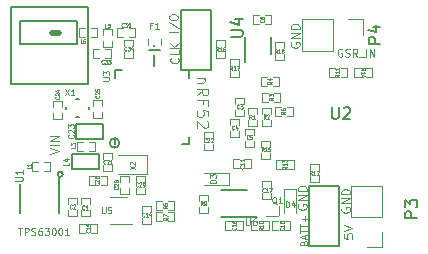
<source format=gto>
G04 #@! TF.GenerationSoftware,KiCad,Pcbnew,(5.0.0)*
G04 #@! TF.CreationDate,2018-09-03T23:14:55-04:00*
G04 #@! TF.ProjectId,GSR_v1,4753525F76312E6B696361645F706362,rev?*
G04 #@! TF.SameCoordinates,Original*
G04 #@! TF.FileFunction,Legend,Top*
G04 #@! TF.FilePolarity,Positive*
%FSLAX46Y46*%
G04 Gerber Fmt 4.6, Leading zero omitted, Abs format (unit mm)*
G04 Created by KiCad (PCBNEW (5.0.0)) date 09/03/18 23:14:55*
%MOMM*%
%LPD*%
G01*
G04 APERTURE LIST*
%ADD10C,0.080000*%
%ADD11C,0.100000*%
%ADD12C,0.070000*%
%ADD13C,0.090000*%
%ADD14C,0.200000*%
%ADD15C,0.125000*%
%ADD16C,0.500000*%
%ADD17C,0.071120*%
%ADD18C,0.120000*%
%ADD19C,0.150000*%
%ADD20C,0.152400*%
%ADD21C,0.127000*%
%ADD22C,0.114300*%
%ADD23C,0.092000*%
%ADD24C,0.095000*%
G04 APERTURE END LIST*
D10*
X293882857Y-129075000D02*
X293820952Y-129044047D01*
X293728095Y-129044047D01*
X293635238Y-129075000D01*
X293573333Y-129136904D01*
X293542380Y-129198809D01*
X293511428Y-129322619D01*
X293511428Y-129415476D01*
X293542380Y-129539285D01*
X293573333Y-129601190D01*
X293635238Y-129663095D01*
X293728095Y-129694047D01*
X293790000Y-129694047D01*
X293882857Y-129663095D01*
X293913809Y-129632142D01*
X293913809Y-129415476D01*
X293790000Y-129415476D01*
X294161428Y-129663095D02*
X294254285Y-129694047D01*
X294409047Y-129694047D01*
X294470952Y-129663095D01*
X294501904Y-129632142D01*
X294532857Y-129570238D01*
X294532857Y-129508333D01*
X294501904Y-129446428D01*
X294470952Y-129415476D01*
X294409047Y-129384523D01*
X294285238Y-129353571D01*
X294223333Y-129322619D01*
X294192380Y-129291666D01*
X294161428Y-129229761D01*
X294161428Y-129167857D01*
X294192380Y-129105952D01*
X294223333Y-129075000D01*
X294285238Y-129044047D01*
X294440000Y-129044047D01*
X294532857Y-129075000D01*
X295182857Y-129694047D02*
X294966190Y-129384523D01*
X294811428Y-129694047D02*
X294811428Y-129044047D01*
X295059047Y-129044047D01*
X295120952Y-129075000D01*
X295151904Y-129105952D01*
X295182857Y-129167857D01*
X295182857Y-129260714D01*
X295151904Y-129322619D01*
X295120952Y-129353571D01*
X295059047Y-129384523D01*
X294811428Y-129384523D01*
X295306666Y-129755952D02*
X295801904Y-129755952D01*
X295956666Y-129694047D02*
X295956666Y-129044047D01*
X296266190Y-129694047D02*
X296266190Y-129044047D01*
X296637619Y-129694047D01*
X296637619Y-129044047D01*
D11*
X289595000Y-128501428D02*
X289559285Y-128572857D01*
X289559285Y-128680000D01*
X289595000Y-128787142D01*
X289666428Y-128858571D01*
X289737857Y-128894285D01*
X289880714Y-128930000D01*
X289987857Y-128930000D01*
X290130714Y-128894285D01*
X290202142Y-128858571D01*
X290273571Y-128787142D01*
X290309285Y-128680000D01*
X290309285Y-128608571D01*
X290273571Y-128501428D01*
X290237857Y-128465714D01*
X289987857Y-128465714D01*
X289987857Y-128608571D01*
X290309285Y-128144285D02*
X289559285Y-128144285D01*
X290309285Y-127715714D01*
X289559285Y-127715714D01*
X290309285Y-127358571D02*
X289559285Y-127358571D01*
X289559285Y-127180000D01*
X289595000Y-127072857D01*
X289666428Y-127001428D01*
X289737857Y-126965714D01*
X289880714Y-126930000D01*
X289987857Y-126930000D01*
X290130714Y-126965714D01*
X290202142Y-127001428D01*
X290273571Y-127072857D01*
X290309285Y-127180000D01*
X290309285Y-127358571D01*
D12*
X290637142Y-145482857D02*
X290665714Y-145397142D01*
X290694285Y-145368571D01*
X290751428Y-145340000D01*
X290837142Y-145340000D01*
X290894285Y-145368571D01*
X290922857Y-145397142D01*
X290951428Y-145454285D01*
X290951428Y-145682857D01*
X290351428Y-145682857D01*
X290351428Y-145482857D01*
X290380000Y-145425714D01*
X290408571Y-145397142D01*
X290465714Y-145368571D01*
X290522857Y-145368571D01*
X290580000Y-145397142D01*
X290608571Y-145425714D01*
X290637142Y-145482857D01*
X290637142Y-145682857D01*
X290780000Y-145111428D02*
X290780000Y-144825714D01*
X290951428Y-145168571D02*
X290351428Y-144968571D01*
X290951428Y-144768571D01*
X290351428Y-144654285D02*
X290351428Y-144311428D01*
X290951428Y-144482857D02*
X290351428Y-144482857D01*
X290351428Y-144197142D02*
X290351428Y-143854285D01*
X290951428Y-144025714D02*
X290351428Y-144025714D01*
X290722857Y-143654285D02*
X290722857Y-143197142D01*
X290951428Y-143425714D02*
X290494285Y-143425714D01*
D11*
X294029285Y-144712857D02*
X294029285Y-145070000D01*
X294386428Y-145105714D01*
X294350714Y-145070000D01*
X294315000Y-144998571D01*
X294315000Y-144820000D01*
X294350714Y-144748571D01*
X294386428Y-144712857D01*
X294457857Y-144677142D01*
X294636428Y-144677142D01*
X294707857Y-144712857D01*
X294743571Y-144748571D01*
X294779285Y-144820000D01*
X294779285Y-144998571D01*
X294743571Y-145070000D01*
X294707857Y-145105714D01*
X294029285Y-144462857D02*
X294779285Y-144212857D01*
X294029285Y-143962857D01*
X290205000Y-142221428D02*
X290169285Y-142292857D01*
X290169285Y-142400000D01*
X290205000Y-142507142D01*
X290276428Y-142578571D01*
X290347857Y-142614285D01*
X290490714Y-142650000D01*
X290597857Y-142650000D01*
X290740714Y-142614285D01*
X290812142Y-142578571D01*
X290883571Y-142507142D01*
X290919285Y-142400000D01*
X290919285Y-142328571D01*
X290883571Y-142221428D01*
X290847857Y-142185714D01*
X290597857Y-142185714D01*
X290597857Y-142328571D01*
X290919285Y-141864285D02*
X290169285Y-141864285D01*
X290919285Y-141435714D01*
X290169285Y-141435714D01*
X290919285Y-141078571D02*
X290169285Y-141078571D01*
X290169285Y-140900000D01*
X290205000Y-140792857D01*
X290276428Y-140721428D01*
X290347857Y-140685714D01*
X290490714Y-140650000D01*
X290597857Y-140650000D01*
X290740714Y-140685714D01*
X290812142Y-140721428D01*
X290883571Y-140792857D01*
X290919285Y-140900000D01*
X290919285Y-141078571D01*
D13*
X266484285Y-144201428D02*
X266827142Y-144201428D01*
X266655714Y-144801428D02*
X266655714Y-144201428D01*
X267027142Y-144801428D02*
X267027142Y-144201428D01*
X267255714Y-144201428D01*
X267312857Y-144230000D01*
X267341428Y-144258571D01*
X267370000Y-144315714D01*
X267370000Y-144401428D01*
X267341428Y-144458571D01*
X267312857Y-144487142D01*
X267255714Y-144515714D01*
X267027142Y-144515714D01*
X267598571Y-144772857D02*
X267684285Y-144801428D01*
X267827142Y-144801428D01*
X267884285Y-144772857D01*
X267912857Y-144744285D01*
X267941428Y-144687142D01*
X267941428Y-144630000D01*
X267912857Y-144572857D01*
X267884285Y-144544285D01*
X267827142Y-144515714D01*
X267712857Y-144487142D01*
X267655714Y-144458571D01*
X267627142Y-144430000D01*
X267598571Y-144372857D01*
X267598571Y-144315714D01*
X267627142Y-144258571D01*
X267655714Y-144230000D01*
X267712857Y-144201428D01*
X267855714Y-144201428D01*
X267941428Y-144230000D01*
X268455714Y-144201428D02*
X268341428Y-144201428D01*
X268284285Y-144230000D01*
X268255714Y-144258571D01*
X268198571Y-144344285D01*
X268170000Y-144458571D01*
X268170000Y-144687142D01*
X268198571Y-144744285D01*
X268227142Y-144772857D01*
X268284285Y-144801428D01*
X268398571Y-144801428D01*
X268455714Y-144772857D01*
X268484285Y-144744285D01*
X268512857Y-144687142D01*
X268512857Y-144544285D01*
X268484285Y-144487142D01*
X268455714Y-144458571D01*
X268398571Y-144430000D01*
X268284285Y-144430000D01*
X268227142Y-144458571D01*
X268198571Y-144487142D01*
X268170000Y-144544285D01*
X268712857Y-144201428D02*
X269084285Y-144201428D01*
X268884285Y-144430000D01*
X268970000Y-144430000D01*
X269027142Y-144458571D01*
X269055714Y-144487142D01*
X269084285Y-144544285D01*
X269084285Y-144687142D01*
X269055714Y-144744285D01*
X269027142Y-144772857D01*
X268970000Y-144801428D01*
X268798571Y-144801428D01*
X268741428Y-144772857D01*
X268712857Y-144744285D01*
X269455714Y-144201428D02*
X269512857Y-144201428D01*
X269570000Y-144230000D01*
X269598571Y-144258571D01*
X269627142Y-144315714D01*
X269655714Y-144430000D01*
X269655714Y-144572857D01*
X269627142Y-144687142D01*
X269598571Y-144744285D01*
X269570000Y-144772857D01*
X269512857Y-144801428D01*
X269455714Y-144801428D01*
X269398571Y-144772857D01*
X269370000Y-144744285D01*
X269341428Y-144687142D01*
X269312857Y-144572857D01*
X269312857Y-144430000D01*
X269341428Y-144315714D01*
X269370000Y-144258571D01*
X269398571Y-144230000D01*
X269455714Y-144201428D01*
X270027142Y-144201428D02*
X270084285Y-144201428D01*
X270141428Y-144230000D01*
X270170000Y-144258571D01*
X270198571Y-144315714D01*
X270227142Y-144430000D01*
X270227142Y-144572857D01*
X270198571Y-144687142D01*
X270170000Y-144744285D01*
X270141428Y-144772857D01*
X270084285Y-144801428D01*
X270027142Y-144801428D01*
X269970000Y-144772857D01*
X269941428Y-144744285D01*
X269912857Y-144687142D01*
X269884285Y-144572857D01*
X269884285Y-144430000D01*
X269912857Y-144315714D01*
X269941428Y-144258571D01*
X269970000Y-144230000D01*
X270027142Y-144201428D01*
X270798571Y-144801428D02*
X270455714Y-144801428D01*
X270627142Y-144801428D02*
X270627142Y-144201428D01*
X270570000Y-144287142D01*
X270512857Y-144344285D01*
X270455714Y-144372857D01*
D14*
X277550000Y-129140000D02*
X278460000Y-129140000D01*
X277980000Y-128770000D02*
X277980000Y-128700000D01*
X278000000Y-130530000D02*
X278000000Y-129530000D01*
D11*
X279976666Y-127633333D02*
X279276666Y-127633333D01*
X279243333Y-126800000D02*
X280143333Y-127400000D01*
X279276666Y-126433333D02*
X279276666Y-126300000D01*
X279310000Y-126233333D01*
X279376666Y-126166666D01*
X279510000Y-126133333D01*
X279743333Y-126133333D01*
X279876666Y-126166666D01*
X279943333Y-126233333D01*
X279976666Y-126300000D01*
X279976666Y-126433333D01*
X279943333Y-126500000D01*
X279876666Y-126566666D01*
X279743333Y-126600000D01*
X279510000Y-126600000D01*
X279376666Y-126566666D01*
X279310000Y-126500000D01*
X279276666Y-126433333D01*
D14*
X265900000Y-132000000D02*
X265900000Y-125500000D01*
X272400000Y-132000000D02*
X265900000Y-132000000D01*
X272400000Y-125500000D02*
X272400000Y-132000000D01*
X265900000Y-125500000D02*
X272400000Y-125500000D01*
D15*
X282254285Y-131504761D02*
X281587619Y-131504761D01*
X282159047Y-131504761D02*
X282206666Y-131552380D01*
X282254285Y-131647619D01*
X282254285Y-131790476D01*
X282206666Y-131885714D01*
X282111428Y-131933333D01*
X281587619Y-131933333D01*
X281587619Y-132980952D02*
X282063809Y-132647619D01*
X281587619Y-132409523D02*
X282587619Y-132409523D01*
X282587619Y-132790476D01*
X282540000Y-132885714D01*
X282492380Y-132933333D01*
X282397142Y-132980952D01*
X282254285Y-132980952D01*
X282159047Y-132933333D01*
X282111428Y-132885714D01*
X282063809Y-132790476D01*
X282063809Y-132409523D01*
X282111428Y-133742857D02*
X282111428Y-133409523D01*
X281587619Y-133409523D02*
X282587619Y-133409523D01*
X282587619Y-133885714D01*
X282587619Y-134742857D02*
X282587619Y-134266666D01*
X282111428Y-134219047D01*
X282159047Y-134266666D01*
X282206666Y-134361904D01*
X282206666Y-134600000D01*
X282159047Y-134695238D01*
X282111428Y-134742857D01*
X282016190Y-134790476D01*
X281778095Y-134790476D01*
X281682857Y-134742857D01*
X281635238Y-134695238D01*
X281587619Y-134600000D01*
X281587619Y-134361904D01*
X281635238Y-134266666D01*
X281682857Y-134219047D01*
X282492380Y-135171428D02*
X282540000Y-135219047D01*
X282587619Y-135314285D01*
X282587619Y-135552380D01*
X282540000Y-135647619D01*
X282492380Y-135695238D01*
X282397142Y-135742857D01*
X282301904Y-135742857D01*
X282159047Y-135695238D01*
X281587619Y-135123809D01*
X281587619Y-135742857D01*
D14*
X270243607Y-139655000D02*
G75*
G03X270243607Y-139655000I-223607J0D01*
G01*
X275033113Y-137010000D02*
G75*
G03X275033113Y-137010000I-403113J0D01*
G01*
D11*
X280000000Y-129816666D02*
X280033333Y-129850000D01*
X280066666Y-129950000D01*
X280066666Y-130016666D01*
X280033333Y-130116666D01*
X279966666Y-130183333D01*
X279900000Y-130216666D01*
X279766666Y-130250000D01*
X279666666Y-130250000D01*
X279533333Y-130216666D01*
X279466666Y-130183333D01*
X279400000Y-130116666D01*
X279366666Y-130016666D01*
X279366666Y-129950000D01*
X279400000Y-129850000D01*
X279433333Y-129816666D01*
X280066666Y-129183333D02*
X280066666Y-129516666D01*
X279366666Y-129516666D01*
X280066666Y-128950000D02*
X279366666Y-128950000D01*
X280066666Y-128550000D02*
X279666666Y-128850000D01*
X279366666Y-128550000D02*
X279766666Y-128950000D01*
X293875000Y-142491428D02*
X293839285Y-142562857D01*
X293839285Y-142670000D01*
X293875000Y-142777142D01*
X293946428Y-142848571D01*
X294017857Y-142884285D01*
X294160714Y-142920000D01*
X294267857Y-142920000D01*
X294410714Y-142884285D01*
X294482142Y-142848571D01*
X294553571Y-142777142D01*
X294589285Y-142670000D01*
X294589285Y-142598571D01*
X294553571Y-142491428D01*
X294517857Y-142455714D01*
X294267857Y-142455714D01*
X294267857Y-142598571D01*
X294589285Y-142134285D02*
X293839285Y-142134285D01*
X294589285Y-141705714D01*
X293839285Y-141705714D01*
X294589285Y-141348571D02*
X293839285Y-141348571D01*
X293839285Y-141170000D01*
X293875000Y-141062857D01*
X293946428Y-140991428D01*
X294017857Y-140955714D01*
X294160714Y-140920000D01*
X294267857Y-140920000D01*
X294410714Y-140955714D01*
X294482142Y-140991428D01*
X294553571Y-141062857D01*
X294589285Y-141170000D01*
X294589285Y-141348571D01*
X269199285Y-137921428D02*
X269949285Y-137671428D01*
X269199285Y-137421428D01*
X269949285Y-137171428D02*
X269199285Y-137171428D01*
X269949285Y-136814285D02*
X269199285Y-136814285D01*
X269949285Y-136385714D01*
X269199285Y-136385714D01*
D16*
X269900000Y-127673000D02*
X269320000Y-127673000D01*
D17*
G04 #@! TO.C,R18*
X288179000Y-129504000D02*
X288179000Y-130012000D01*
X288179000Y-130012000D02*
X288941000Y-130012000D01*
X288941000Y-130012000D02*
X288941000Y-129504000D01*
X288179000Y-128996000D02*
X288179000Y-128488000D01*
X288179000Y-128488000D02*
X288941000Y-128488000D01*
X288941000Y-128488000D02*
X288941000Y-128996000D01*
G04 #@! TO.C,R17*
X284419000Y-130904000D02*
X284419000Y-131412000D01*
X284419000Y-131412000D02*
X285181000Y-131412000D01*
X285181000Y-131412000D02*
X285181000Y-130904000D01*
X284419000Y-130396000D02*
X284419000Y-129888000D01*
X284419000Y-129888000D02*
X285181000Y-129888000D01*
X285181000Y-129888000D02*
X285181000Y-130396000D01*
G04 #@! TO.C,R16*
X283219000Y-129334000D02*
X283219000Y-129842000D01*
X283219000Y-129842000D02*
X283981000Y-129842000D01*
X283981000Y-129842000D02*
X283981000Y-129334000D01*
X283219000Y-128826000D02*
X283219000Y-128318000D01*
X283219000Y-128318000D02*
X283981000Y-128318000D01*
X283981000Y-128318000D02*
X283981000Y-128826000D01*
G04 #@! TO.C,C6*
X287374000Y-126941000D02*
X287882000Y-126941000D01*
X287882000Y-126941000D02*
X287882000Y-126179000D01*
X287882000Y-126179000D02*
X287374000Y-126179000D01*
X286866000Y-126941000D02*
X286358000Y-126941000D01*
X286358000Y-126941000D02*
X286358000Y-126179000D01*
X286358000Y-126179000D02*
X286866000Y-126179000D01*
G04 #@! TO.C,R15*
X287832800Y-137312400D02*
X287832800Y-136804400D01*
X287832800Y-136804400D02*
X287070800Y-136804400D01*
X287070800Y-136804400D02*
X287070800Y-137312400D01*
X287832800Y-137820400D02*
X287832800Y-138328400D01*
X287832800Y-138328400D02*
X287070800Y-138328400D01*
X287070800Y-138328400D02*
X287070800Y-137820400D01*
G04 #@! TO.C,R14*
X295386000Y-130669000D02*
X294878000Y-130669000D01*
X294878000Y-130669000D02*
X294878000Y-131431000D01*
X294878000Y-131431000D02*
X295386000Y-131431000D01*
X295894000Y-130669000D02*
X296402000Y-130669000D01*
X296402000Y-130669000D02*
X296402000Y-131431000D01*
X296402000Y-131431000D02*
X295894000Y-131431000D01*
G04 #@! TO.C,R13*
X289280600Y-139192000D02*
X289788600Y-139192000D01*
X289788600Y-139192000D02*
X289788600Y-138430000D01*
X289788600Y-138430000D02*
X289280600Y-138430000D01*
X288772600Y-139192000D02*
X288264600Y-139192000D01*
X288264600Y-139192000D02*
X288264600Y-138430000D01*
X288264600Y-138430000D02*
X288772600Y-138430000D01*
G04 #@! TO.C,R12*
X291922200Y-139293600D02*
X291922200Y-138785600D01*
X291922200Y-138785600D02*
X291160200Y-138785600D01*
X291160200Y-138785600D02*
X291160200Y-139293600D01*
X291922200Y-139801600D02*
X291922200Y-140309600D01*
X291922200Y-140309600D02*
X291160200Y-140309600D01*
X291160200Y-140309600D02*
X291160200Y-139801600D01*
G04 #@! TO.C,R11*
X293266420Y-130659000D02*
X292758420Y-130659000D01*
X292758420Y-130659000D02*
X292758420Y-131421000D01*
X292758420Y-131421000D02*
X293266420Y-131421000D01*
X293774420Y-130659000D02*
X294282420Y-130659000D01*
X294282420Y-130659000D02*
X294282420Y-131421000D01*
X294282420Y-131421000D02*
X293774420Y-131421000D01*
G04 #@! TO.C,R6*
X288696400Y-133934200D02*
X288188400Y-133934200D01*
X288188400Y-133934200D02*
X288188400Y-134696200D01*
X288188400Y-134696200D02*
X288696400Y-134696200D01*
X289204400Y-133934200D02*
X289712400Y-133934200D01*
X289712400Y-133934200D02*
X289712400Y-134696200D01*
X289712400Y-134696200D02*
X289204400Y-134696200D01*
G04 #@! TO.C,R4*
X288010600Y-132156200D02*
X288518600Y-132156200D01*
X288518600Y-132156200D02*
X288518600Y-131394200D01*
X288518600Y-131394200D02*
X288010600Y-131394200D01*
X287502600Y-132156200D02*
X286994600Y-132156200D01*
X286994600Y-132156200D02*
X286994600Y-131394200D01*
X286994600Y-131394200D02*
X287502600Y-131394200D01*
G04 #@! TO.C,R3*
X288163000Y-133502400D02*
X288671000Y-133502400D01*
X288671000Y-133502400D02*
X288671000Y-132740400D01*
X288671000Y-132740400D02*
X288163000Y-132740400D01*
X287655000Y-133502400D02*
X287147000Y-133502400D01*
X287147000Y-133502400D02*
X287147000Y-132740400D01*
X287147000Y-132740400D02*
X287655000Y-132740400D01*
G04 #@! TO.C,R2*
X287096200Y-135026400D02*
X287096200Y-135534400D01*
X287096200Y-135534400D02*
X287858200Y-135534400D01*
X287858200Y-135534400D02*
X287858200Y-135026400D01*
X287096200Y-134518400D02*
X287096200Y-134010400D01*
X287096200Y-134010400D02*
X287858200Y-134010400D01*
X287858200Y-134010400D02*
X287858200Y-134518400D01*
G04 #@! TO.C,R1*
X286664400Y-134594600D02*
X286664400Y-134086600D01*
X286664400Y-134086600D02*
X285902400Y-134086600D01*
X285902400Y-134086600D02*
X285902400Y-134594600D01*
X286664400Y-135102600D02*
X286664400Y-135610600D01*
X286664400Y-135610600D02*
X285902400Y-135610600D01*
X285902400Y-135610600D02*
X285902400Y-135102600D01*
G04 #@! TO.C,C5*
X286435800Y-136296400D02*
X286435800Y-135788400D01*
X286435800Y-135788400D02*
X285673800Y-135788400D01*
X285673800Y-135788400D02*
X285673800Y-136296400D01*
X286435800Y-136804400D02*
X286435800Y-137312400D01*
X286435800Y-137312400D02*
X285673800Y-137312400D01*
X285673800Y-137312400D02*
X285673800Y-136804400D01*
G04 #@! TO.C,C4*
X285191200Y-135483600D02*
X285191200Y-134975600D01*
X285191200Y-134975600D02*
X284429200Y-134975600D01*
X284429200Y-134975600D02*
X284429200Y-135483600D01*
X285191200Y-135991600D02*
X285191200Y-136499600D01*
X285191200Y-136499600D02*
X284429200Y-136499600D01*
X284429200Y-136499600D02*
X284429200Y-135991600D01*
G04 #@! TO.C,C3*
X285611000Y-133694740D02*
X285611000Y-133186740D01*
X285611000Y-133186740D02*
X284849000Y-133186740D01*
X284849000Y-133186740D02*
X284849000Y-133694740D01*
X285611000Y-134202740D02*
X285611000Y-134710740D01*
X285611000Y-134710740D02*
X284849000Y-134710740D01*
X284849000Y-134710740D02*
X284849000Y-134202740D01*
D18*
G04 #@! TO.C,P3*
X297320000Y-140640000D02*
X294660000Y-140640000D01*
X297320000Y-143240000D02*
X297320000Y-140640000D01*
X294660000Y-143240000D02*
X294660000Y-140640000D01*
X297320000Y-143240000D02*
X294660000Y-143240000D01*
X297320000Y-144510000D02*
X297320000Y-145840000D01*
X297320000Y-145840000D02*
X295990000Y-145840000D01*
D17*
G04 #@! TO.C,R5*
X278676000Y-141909000D02*
X278168000Y-141909000D01*
X278168000Y-141909000D02*
X278168000Y-142671000D01*
X278168000Y-142671000D02*
X278676000Y-142671000D01*
X279184000Y-141909000D02*
X279692000Y-141909000D01*
X279692000Y-141909000D02*
X279692000Y-142671000D01*
X279692000Y-142671000D02*
X279184000Y-142671000D01*
D18*
G04 #@! TO.C,U5*
X274250000Y-143870000D02*
X276150000Y-143870000D01*
X275650000Y-141550000D02*
X274250000Y-141550000D01*
G04 #@! TO.C,D4*
X290020000Y-140880000D02*
X289020000Y-140880000D01*
X289020000Y-140880000D02*
X289020000Y-142980000D01*
X290020000Y-140880000D02*
X290020000Y-142980000D01*
D17*
G04 #@! TO.C,C18*
X288506000Y-143629000D02*
X287998000Y-143629000D01*
X287998000Y-143629000D02*
X287998000Y-144391000D01*
X287998000Y-144391000D02*
X288506000Y-144391000D01*
X289014000Y-143629000D02*
X289522000Y-143629000D01*
X289522000Y-143629000D02*
X289522000Y-144391000D01*
X289522000Y-144391000D02*
X289014000Y-144391000D01*
G04 #@! TO.C,R10*
X286726000Y-143629000D02*
X286218000Y-143629000D01*
X286218000Y-143629000D02*
X286218000Y-144391000D01*
X286218000Y-144391000D02*
X286726000Y-144391000D01*
X287234000Y-143629000D02*
X287742000Y-143629000D01*
X287742000Y-143629000D02*
X287742000Y-144391000D01*
X287742000Y-144391000D02*
X287234000Y-144391000D01*
G04 #@! TO.C,C16*
X285004000Y-144401000D02*
X285512000Y-144401000D01*
X285512000Y-144401000D02*
X285512000Y-143639000D01*
X285512000Y-143639000D02*
X285004000Y-143639000D01*
X284496000Y-144401000D02*
X283988000Y-144401000D01*
X283988000Y-144401000D02*
X283988000Y-143639000D01*
X283988000Y-143639000D02*
X284496000Y-143639000D01*
G04 #@! TO.C,R9*
X281759000Y-142444000D02*
X281759000Y-142952000D01*
X281759000Y-142952000D02*
X282521000Y-142952000D01*
X282521000Y-142952000D02*
X282521000Y-142444000D01*
X281759000Y-141936000D02*
X281759000Y-141428000D01*
X281759000Y-141428000D02*
X282521000Y-141428000D01*
X282521000Y-141428000D02*
X282521000Y-141936000D01*
G04 #@! TO.C,C17*
X287109000Y-141274000D02*
X287109000Y-141782000D01*
X287109000Y-141782000D02*
X287871000Y-141782000D01*
X287871000Y-141782000D02*
X287871000Y-141274000D01*
X287109000Y-140766000D02*
X287109000Y-140258000D01*
X287109000Y-140258000D02*
X287871000Y-140258000D01*
X287871000Y-140258000D02*
X287871000Y-140766000D01*
D18*
G04 #@! TO.C,D3*
X284340000Y-140550000D02*
X284340000Y-139550000D01*
X284340000Y-139550000D02*
X282240000Y-139550000D01*
X284340000Y-140550000D02*
X282240000Y-140550000D01*
D17*
G04 #@! TO.C,C22*
X282968400Y-136550800D02*
X282968400Y-136042800D01*
X282968400Y-136042800D02*
X282206400Y-136042800D01*
X282206400Y-136042800D02*
X282206400Y-136550800D01*
X282968400Y-137058800D02*
X282968400Y-137566800D01*
X282968400Y-137566800D02*
X282206400Y-137566800D01*
X282206400Y-137566800D02*
X282206400Y-137058800D01*
G04 #@! TO.C,R7*
X279184000Y-143651000D02*
X279692000Y-143651000D01*
X279692000Y-143651000D02*
X279692000Y-142889000D01*
X279692000Y-142889000D02*
X279184000Y-142889000D01*
X278676000Y-143651000D02*
X278168000Y-143651000D01*
X278168000Y-143651000D02*
X278168000Y-142889000D01*
X278168000Y-142889000D02*
X278676000Y-142889000D01*
G04 #@! TO.C,C14*
X276929000Y-143354000D02*
X276929000Y-143862000D01*
X276929000Y-143862000D02*
X277691000Y-143862000D01*
X277691000Y-143862000D02*
X277691000Y-143354000D01*
X276929000Y-142846000D02*
X276929000Y-142338000D01*
X276929000Y-142338000D02*
X277691000Y-142338000D01*
X277691000Y-142338000D02*
X277691000Y-142846000D01*
G04 #@! TO.C,C15*
X272654000Y-144641000D02*
X273162000Y-144641000D01*
X273162000Y-144641000D02*
X273162000Y-143879000D01*
X273162000Y-143879000D02*
X272654000Y-143879000D01*
X272146000Y-144641000D02*
X271638000Y-144641000D01*
X271638000Y-144641000D02*
X271638000Y-143879000D01*
X271638000Y-143879000D02*
X272146000Y-143879000D01*
D19*
G04 #@! TO.C,U1*
X266670000Y-140525000D02*
X266670000Y-142975000D01*
X269970000Y-139800000D02*
X269970000Y-142975000D01*
D17*
G04 #@! TO.C,L1*
X268186000Y-138589000D02*
X267678000Y-138589000D01*
X267678000Y-138589000D02*
X267678000Y-139351000D01*
X267678000Y-139351000D02*
X268186000Y-139351000D01*
X268694000Y-138589000D02*
X269202000Y-138589000D01*
X269202000Y-138589000D02*
X269202000Y-139351000D01*
X269202000Y-139351000D02*
X268694000Y-139351000D01*
G04 #@! TO.C,C21*
X273689000Y-138854000D02*
X273689000Y-139362000D01*
X273689000Y-139362000D02*
X274451000Y-139362000D01*
X274451000Y-139362000D02*
X274451000Y-138854000D01*
X273689000Y-138346000D02*
X273689000Y-137838000D01*
X273689000Y-137838000D02*
X274451000Y-137838000D01*
X274451000Y-137838000D02*
X274451000Y-138346000D01*
D18*
G04 #@! TO.C,F1*
X277470000Y-128250000D02*
X277470000Y-128750000D01*
X278530000Y-128750000D02*
X278530000Y-128250000D01*
D17*
G04 #@! TO.C,C34*
X275459000Y-129294000D02*
X275459000Y-129802000D01*
X275459000Y-129802000D02*
X276221000Y-129802000D01*
X276221000Y-129802000D02*
X276221000Y-129294000D01*
X275459000Y-128786000D02*
X275459000Y-128278000D01*
X275459000Y-128278000D02*
X276221000Y-128278000D01*
X276221000Y-128278000D02*
X276221000Y-128786000D01*
G04 #@! TO.C,C33*
X273346000Y-129069000D02*
X272838000Y-129069000D01*
X272838000Y-129069000D02*
X272838000Y-129831000D01*
X272838000Y-129831000D02*
X273346000Y-129831000D01*
X273854000Y-129069000D02*
X274362000Y-129069000D01*
X274362000Y-129069000D02*
X274362000Y-129831000D01*
X274362000Y-129831000D02*
X273854000Y-129831000D01*
D20*
G04 #@! TO.C,P2*
X282770000Y-130830000D02*
X280230000Y-130830000D01*
X280230000Y-130830000D02*
X280230000Y-125750000D01*
X280230000Y-125750000D02*
X282770000Y-125750000D01*
X282770000Y-125750000D02*
X282770000Y-130830000D01*
D17*
G04 #@! TO.C,C11*
X285694000Y-139171000D02*
X286202000Y-139171000D01*
X286202000Y-139171000D02*
X286202000Y-138409000D01*
X286202000Y-138409000D02*
X285694000Y-138409000D01*
X285186000Y-139171000D02*
X284678000Y-139171000D01*
X284678000Y-139171000D02*
X284678000Y-138409000D01*
X284678000Y-138409000D02*
X285186000Y-138409000D01*
G04 #@! TO.C,C2*
X270659000Y-142704000D02*
X270659000Y-143212000D01*
X270659000Y-143212000D02*
X271421000Y-143212000D01*
X271421000Y-143212000D02*
X271421000Y-142704000D01*
X270659000Y-142196000D02*
X270659000Y-141688000D01*
X270659000Y-141688000D02*
X271421000Y-141688000D01*
X271421000Y-141688000D02*
X271421000Y-142196000D01*
G04 #@! TO.C,C1*
X271759000Y-142714000D02*
X271759000Y-143222000D01*
X271759000Y-143222000D02*
X272521000Y-143222000D01*
X272521000Y-143222000D02*
X272521000Y-142714000D01*
X271759000Y-142206000D02*
X271759000Y-141698000D01*
X271759000Y-141698000D02*
X272521000Y-141698000D01*
X272521000Y-141698000D02*
X272521000Y-142206000D01*
D20*
G04 #@! TO.C,P1*
X293650000Y-145720000D02*
X291110000Y-145720000D01*
X291110000Y-145720000D02*
X291110000Y-140640000D01*
X291110000Y-140640000D02*
X293650000Y-140640000D01*
X293650000Y-140640000D02*
X293650000Y-145720000D01*
D21*
G04 #@! TO.C,L4*
X273313000Y-139255000D02*
X271027000Y-139255000D01*
X271027000Y-139255000D02*
X271027000Y-137985000D01*
X271027000Y-137985000D02*
X273313000Y-137985000D01*
X273313000Y-137985000D02*
X273313000Y-139255000D01*
D19*
G04 #@! TO.C,X1*
X272500000Y-134050000D02*
X272500000Y-134100000D01*
X272500000Y-134050000D02*
X272500000Y-134000000D01*
X270500000Y-134050000D02*
X270500000Y-134100000D01*
X270500000Y-134050000D02*
X270500000Y-134000000D01*
X271500000Y-134850000D02*
X271650000Y-134850000D01*
X271500000Y-134850000D02*
X271350000Y-134850000D01*
X271500000Y-133250000D02*
X271650000Y-133250000D01*
X271500000Y-133250000D02*
X271350000Y-133250000D01*
D17*
G04 #@! TO.C,C28*
X275831000Y-140296000D02*
X275831000Y-139788000D01*
X275831000Y-139788000D02*
X275069000Y-139788000D01*
X275069000Y-139788000D02*
X275069000Y-140296000D01*
X275831000Y-140804000D02*
X275831000Y-141312000D01*
X275831000Y-141312000D02*
X275069000Y-141312000D01*
X275069000Y-141312000D02*
X275069000Y-140804000D01*
G04 #@! TO.C,C26*
X273454000Y-140581000D02*
X273962000Y-140581000D01*
X273962000Y-140581000D02*
X273962000Y-139819000D01*
X273962000Y-139819000D02*
X273454000Y-139819000D01*
X272946000Y-140581000D02*
X272438000Y-140581000D01*
X272438000Y-140581000D02*
X272438000Y-139819000D01*
X272438000Y-139819000D02*
X272946000Y-139819000D01*
G04 #@! TO.C,C24*
X270181000Y-133946000D02*
X270181000Y-133438000D01*
X270181000Y-133438000D02*
X269419000Y-133438000D01*
X269419000Y-133438000D02*
X269419000Y-133946000D01*
X270181000Y-134454000D02*
X270181000Y-134962000D01*
X270181000Y-134962000D02*
X269419000Y-134962000D01*
X269419000Y-134962000D02*
X269419000Y-134454000D01*
G04 #@! TO.C,C25*
X272819000Y-134354000D02*
X272819000Y-134862000D01*
X272819000Y-134862000D02*
X273581000Y-134862000D01*
X273581000Y-134862000D02*
X273581000Y-134354000D01*
X272819000Y-133846000D02*
X272819000Y-133338000D01*
X272819000Y-133338000D02*
X273581000Y-133338000D01*
X273581000Y-133338000D02*
X273581000Y-133846000D01*
G04 #@! TO.C,C29*
X277231000Y-140296000D02*
X277231000Y-139788000D01*
X277231000Y-139788000D02*
X276469000Y-139788000D01*
X276469000Y-139788000D02*
X276469000Y-140296000D01*
X277231000Y-140804000D02*
X277231000Y-141312000D01*
X277231000Y-141312000D02*
X276469000Y-141312000D01*
X276469000Y-141312000D02*
X276469000Y-140804000D01*
D19*
G04 #@! TO.C,A1*
X266645000Y-126673000D02*
X271445000Y-126673000D01*
X271445000Y-126673000D02*
X271445000Y-128673000D01*
X271345000Y-128673000D02*
X266645000Y-128673000D01*
X266645000Y-128673000D02*
X266645000Y-126673000D01*
X271445000Y-128673000D02*
X271345000Y-128673000D01*
D17*
G04 #@! TO.C,L6*
X272654000Y-128081000D02*
X273162000Y-128081000D01*
X273162000Y-128081000D02*
X273162000Y-127319000D01*
X273162000Y-127319000D02*
X272654000Y-127319000D01*
X272146000Y-128081000D02*
X271638000Y-128081000D01*
X271638000Y-128081000D02*
X271638000Y-127319000D01*
X271638000Y-127319000D02*
X272146000Y-127319000D01*
G04 #@! TO.C,L5*
X274381000Y-127846000D02*
X274381000Y-127338000D01*
X274381000Y-127338000D02*
X273619000Y-127338000D01*
X273619000Y-127338000D02*
X273619000Y-127846000D01*
X274381000Y-128354000D02*
X274381000Y-128862000D01*
X274381000Y-128862000D02*
X273619000Y-128862000D01*
X273619000Y-128862000D02*
X273619000Y-128354000D01*
G04 #@! TO.C,C30*
X275854000Y-128081000D02*
X276362000Y-128081000D01*
X276362000Y-128081000D02*
X276362000Y-127319000D01*
X276362000Y-127319000D02*
X275854000Y-127319000D01*
X275346000Y-128081000D02*
X274838000Y-128081000D01*
X274838000Y-128081000D02*
X274838000Y-127319000D01*
X274838000Y-127319000D02*
X275346000Y-127319000D01*
G04 #@! TO.C,L3*
X271926000Y-136889000D02*
X271418000Y-136889000D01*
X271418000Y-136889000D02*
X271418000Y-137651000D01*
X271418000Y-137651000D02*
X271926000Y-137651000D01*
X272434000Y-136889000D02*
X272942000Y-136889000D01*
X272942000Y-136889000D02*
X272942000Y-137651000D01*
X272942000Y-137651000D02*
X272434000Y-137651000D01*
D21*
G04 #@! TO.C,C23*
X273643000Y-136635000D02*
X271357000Y-136635000D01*
X271357000Y-136635000D02*
X271357000Y-135365000D01*
X271357000Y-135365000D02*
X273643000Y-135365000D01*
X273643000Y-135365000D02*
X273643000Y-136635000D01*
D19*
G04 #@! TO.C,U3*
X274675000Y-130875000D02*
X275275000Y-130875000D01*
X280925000Y-137125000D02*
X280325000Y-137125000D01*
X280925000Y-130875000D02*
X280325000Y-130875000D01*
X274675000Y-137125000D02*
X274675000Y-136525000D01*
X280925000Y-137125000D02*
X280925000Y-136525000D01*
X280925000Y-130875000D02*
X280925000Y-131475000D01*
X274675000Y-130875000D02*
X274675000Y-131475000D01*
D18*
G04 #@! TO.C,X2*
X274950000Y-139650000D02*
X277350000Y-139650000D01*
X277350000Y-139650000D02*
X277350000Y-138050000D01*
X277350000Y-138050000D02*
X274950000Y-138050000D01*
D19*
G04 #@! TO.C,U6*
X285835000Y-141015000D02*
X283685000Y-141015000D01*
X286660000Y-143265000D02*
X283685000Y-143265000D01*
D11*
G04 #@! TO.C,Q1*
X288590000Y-143080000D02*
X288590000Y-142380000D01*
X288460000Y-143155000D02*
X287460000Y-143155000D01*
D18*
G04 #@! TO.C,P4*
X290490600Y-126533600D02*
X290490600Y-129193600D01*
X293090600Y-126533600D02*
X290490600Y-126533600D01*
X293090600Y-129193600D02*
X290490600Y-129193600D01*
X293090600Y-126533600D02*
X293090600Y-129193600D01*
X294360600Y-126533600D02*
X295690600Y-126533600D01*
X295690600Y-126533600D02*
X295690600Y-127863600D01*
D19*
G04 #@! TO.C,U4*
X287860000Y-129465000D02*
X287860000Y-128015000D01*
X285660000Y-130190000D02*
X285660000Y-128015000D01*
G04 #@! TO.C,R18*
D17*
X288364057Y-129418568D02*
X288262457Y-129251654D01*
X288189885Y-129418568D02*
X288189885Y-129068048D01*
X288306000Y-129068048D01*
X288335028Y-129084740D01*
X288349542Y-129101431D01*
X288364057Y-129134814D01*
X288364057Y-129184888D01*
X288349542Y-129218271D01*
X288335028Y-129234962D01*
X288306000Y-129251654D01*
X288189885Y-129251654D01*
X288654342Y-129418568D02*
X288480171Y-129418568D01*
X288567257Y-129418568D02*
X288567257Y-129068048D01*
X288538228Y-129118122D01*
X288509200Y-129151505D01*
X288480171Y-129168197D01*
X288828514Y-129218271D02*
X288799485Y-129201580D01*
X288784971Y-129184888D01*
X288770457Y-129151505D01*
X288770457Y-129134814D01*
X288784971Y-129101431D01*
X288799485Y-129084740D01*
X288828514Y-129068048D01*
X288886571Y-129068048D01*
X288915600Y-129084740D01*
X288930114Y-129101431D01*
X288944628Y-129134814D01*
X288944628Y-129151505D01*
X288930114Y-129184888D01*
X288915600Y-129201580D01*
X288886571Y-129218271D01*
X288828514Y-129218271D01*
X288799485Y-129234962D01*
X288784971Y-129251654D01*
X288770457Y-129285037D01*
X288770457Y-129351802D01*
X288784971Y-129385185D01*
X288799485Y-129401877D01*
X288828514Y-129418568D01*
X288886571Y-129418568D01*
X288915600Y-129401877D01*
X288930114Y-129385185D01*
X288944628Y-129351802D01*
X288944628Y-129285037D01*
X288930114Y-129251654D01*
X288915600Y-129234962D01*
X288886571Y-129218271D01*
G04 #@! TO.C,R17*
X284604057Y-130818568D02*
X284502457Y-130651654D01*
X284429885Y-130818568D02*
X284429885Y-130468048D01*
X284546000Y-130468048D01*
X284575028Y-130484740D01*
X284589542Y-130501431D01*
X284604057Y-130534814D01*
X284604057Y-130584888D01*
X284589542Y-130618271D01*
X284575028Y-130634962D01*
X284546000Y-130651654D01*
X284429885Y-130651654D01*
X284894342Y-130818568D02*
X284720171Y-130818568D01*
X284807257Y-130818568D02*
X284807257Y-130468048D01*
X284778228Y-130518122D01*
X284749200Y-130551505D01*
X284720171Y-130568197D01*
X284995942Y-130468048D02*
X285199142Y-130468048D01*
X285068514Y-130818568D01*
G04 #@! TO.C,R16*
X283404057Y-129248568D02*
X283302457Y-129081654D01*
X283229885Y-129248568D02*
X283229885Y-128898048D01*
X283346000Y-128898048D01*
X283375028Y-128914740D01*
X283389542Y-128931431D01*
X283404057Y-128964814D01*
X283404057Y-129014888D01*
X283389542Y-129048271D01*
X283375028Y-129064962D01*
X283346000Y-129081654D01*
X283229885Y-129081654D01*
X283694342Y-129248568D02*
X283520171Y-129248568D01*
X283607257Y-129248568D02*
X283607257Y-128898048D01*
X283578228Y-128948122D01*
X283549200Y-128981505D01*
X283520171Y-128998197D01*
X283955600Y-128898048D02*
X283897542Y-128898048D01*
X283868514Y-128914740D01*
X283854000Y-128931431D01*
X283824971Y-128981505D01*
X283810457Y-129048271D01*
X283810457Y-129181802D01*
X283824971Y-129215185D01*
X283839485Y-129231877D01*
X283868514Y-129248568D01*
X283926571Y-129248568D01*
X283955600Y-129231877D01*
X283970114Y-129215185D01*
X283984628Y-129181802D01*
X283984628Y-129098345D01*
X283970114Y-129064962D01*
X283955600Y-129048271D01*
X283926571Y-129031580D01*
X283868514Y-129031580D01*
X283839485Y-129048271D01*
X283824971Y-129064962D01*
X283810457Y-129098345D01*
G04 #@! TO.C,C6*
X287255185Y-126610800D02*
X287271877Y-126625314D01*
X287288568Y-126668857D01*
X287288568Y-126697885D01*
X287271877Y-126741428D01*
X287238494Y-126770457D01*
X287205111Y-126784971D01*
X287138345Y-126799485D01*
X287088271Y-126799485D01*
X287021505Y-126784971D01*
X286988122Y-126770457D01*
X286954740Y-126741428D01*
X286938048Y-126697885D01*
X286938048Y-126668857D01*
X286954740Y-126625314D01*
X286971431Y-126610800D01*
X286938048Y-126349542D02*
X286938048Y-126407600D01*
X286954740Y-126436628D01*
X286971431Y-126451142D01*
X287021505Y-126480171D01*
X287088271Y-126494685D01*
X287221802Y-126494685D01*
X287255185Y-126480171D01*
X287271877Y-126465657D01*
X287288568Y-126436628D01*
X287288568Y-126378571D01*
X287271877Y-126349542D01*
X287255185Y-126335028D01*
X287221802Y-126320514D01*
X287138345Y-126320514D01*
X287104962Y-126335028D01*
X287088271Y-126349542D01*
X287071580Y-126378571D01*
X287071580Y-126436628D01*
X287088271Y-126465657D01*
X287104962Y-126480171D01*
X287138345Y-126494685D01*
G04 #@! TO.C,R15*
X287255857Y-137714968D02*
X287154257Y-137548054D01*
X287081685Y-137714968D02*
X287081685Y-137364448D01*
X287197800Y-137364448D01*
X287226828Y-137381140D01*
X287241342Y-137397831D01*
X287255857Y-137431214D01*
X287255857Y-137481288D01*
X287241342Y-137514671D01*
X287226828Y-137531362D01*
X287197800Y-137548054D01*
X287081685Y-137548054D01*
X287546142Y-137714968D02*
X287371971Y-137714968D01*
X287459057Y-137714968D02*
X287459057Y-137364448D01*
X287430028Y-137414522D01*
X287401000Y-137447905D01*
X287371971Y-137464597D01*
X287821914Y-137364448D02*
X287676771Y-137364448D01*
X287662257Y-137531362D01*
X287676771Y-137514671D01*
X287705800Y-137497980D01*
X287778371Y-137497980D01*
X287807400Y-137514671D01*
X287821914Y-137531362D01*
X287836428Y-137564745D01*
X287836428Y-137648202D01*
X287821914Y-137681585D01*
X287807400Y-137698277D01*
X287778371Y-137714968D01*
X287705800Y-137714968D01*
X287676771Y-137698277D01*
X287662257Y-137681585D01*
G04 #@! TO.C,R14*
X295471431Y-130854057D02*
X295638345Y-130752457D01*
X295471431Y-130679885D02*
X295821951Y-130679885D01*
X295821951Y-130796000D01*
X295805260Y-130825028D01*
X295788568Y-130839542D01*
X295755185Y-130854057D01*
X295705111Y-130854057D01*
X295671728Y-130839542D01*
X295655037Y-130825028D01*
X295638345Y-130796000D01*
X295638345Y-130679885D01*
X295471431Y-131144342D02*
X295471431Y-130970171D01*
X295471431Y-131057257D02*
X295821951Y-131057257D01*
X295771877Y-131028228D01*
X295738494Y-130999200D01*
X295721802Y-130970171D01*
X295705111Y-131405600D02*
X295471431Y-131405600D01*
X295838642Y-131333028D02*
X295588271Y-131260457D01*
X295588271Y-131449142D01*
G04 #@! TO.C,R13*
X289195168Y-139006942D02*
X289028254Y-139108542D01*
X289195168Y-139181114D02*
X288844648Y-139181114D01*
X288844648Y-139065000D01*
X288861340Y-139035971D01*
X288878031Y-139021457D01*
X288911414Y-139006942D01*
X288961488Y-139006942D01*
X288994871Y-139021457D01*
X289011562Y-139035971D01*
X289028254Y-139065000D01*
X289028254Y-139181114D01*
X289195168Y-138716657D02*
X289195168Y-138890828D01*
X289195168Y-138803742D02*
X288844648Y-138803742D01*
X288894722Y-138832771D01*
X288928105Y-138861800D01*
X288944797Y-138890828D01*
X288844648Y-138615057D02*
X288844648Y-138426371D01*
X288978180Y-138527971D01*
X288978180Y-138484428D01*
X288994871Y-138455400D01*
X289011562Y-138440885D01*
X289044945Y-138426371D01*
X289128402Y-138426371D01*
X289161785Y-138440885D01*
X289178477Y-138455400D01*
X289195168Y-138484428D01*
X289195168Y-138571514D01*
X289178477Y-138600542D01*
X289161785Y-138615057D01*
G04 #@! TO.C,R12*
X291345257Y-139696168D02*
X291243657Y-139529254D01*
X291171085Y-139696168D02*
X291171085Y-139345648D01*
X291287200Y-139345648D01*
X291316228Y-139362340D01*
X291330742Y-139379031D01*
X291345257Y-139412414D01*
X291345257Y-139462488D01*
X291330742Y-139495871D01*
X291316228Y-139512562D01*
X291287200Y-139529254D01*
X291171085Y-139529254D01*
X291635542Y-139696168D02*
X291461371Y-139696168D01*
X291548457Y-139696168D02*
X291548457Y-139345648D01*
X291519428Y-139395722D01*
X291490400Y-139429105D01*
X291461371Y-139445797D01*
X291751657Y-139379031D02*
X291766171Y-139362340D01*
X291795200Y-139345648D01*
X291867771Y-139345648D01*
X291896800Y-139362340D01*
X291911314Y-139379031D01*
X291925828Y-139412414D01*
X291925828Y-139445797D01*
X291911314Y-139495871D01*
X291737142Y-139696168D01*
X291925828Y-139696168D01*
G04 #@! TO.C,R11*
X293668988Y-131235942D02*
X293502074Y-131337542D01*
X293668988Y-131410114D02*
X293318468Y-131410114D01*
X293318468Y-131294000D01*
X293335160Y-131264971D01*
X293351851Y-131250457D01*
X293385234Y-131235942D01*
X293435308Y-131235942D01*
X293468691Y-131250457D01*
X293485382Y-131264971D01*
X293502074Y-131294000D01*
X293502074Y-131410114D01*
X293668988Y-130945657D02*
X293668988Y-131119828D01*
X293668988Y-131032742D02*
X293318468Y-131032742D01*
X293368542Y-131061771D01*
X293401925Y-131090800D01*
X293418617Y-131119828D01*
X293668988Y-130655371D02*
X293668988Y-130829542D01*
X293668988Y-130742457D02*
X293318468Y-130742457D01*
X293368542Y-130771485D01*
X293401925Y-130800514D01*
X293418617Y-130829542D01*
G04 #@! TO.C,R6*
X289098968Y-134366000D02*
X288932054Y-134467600D01*
X289098968Y-134540171D02*
X288748448Y-134540171D01*
X288748448Y-134424057D01*
X288765140Y-134395028D01*
X288781831Y-134380514D01*
X288815214Y-134366000D01*
X288865288Y-134366000D01*
X288898671Y-134380514D01*
X288915362Y-134395028D01*
X288932054Y-134424057D01*
X288932054Y-134540171D01*
X288748448Y-134104742D02*
X288748448Y-134162800D01*
X288765140Y-134191828D01*
X288781831Y-134206342D01*
X288831905Y-134235371D01*
X288898671Y-134249885D01*
X289032202Y-134249885D01*
X289065585Y-134235371D01*
X289082277Y-134220857D01*
X289098968Y-134191828D01*
X289098968Y-134133771D01*
X289082277Y-134104742D01*
X289065585Y-134090228D01*
X289032202Y-134075714D01*
X288948745Y-134075714D01*
X288915362Y-134090228D01*
X288898671Y-134104742D01*
X288881980Y-134133771D01*
X288881980Y-134191828D01*
X288898671Y-134220857D01*
X288915362Y-134235371D01*
X288948745Y-134249885D01*
G04 #@! TO.C,R4*
X287925168Y-131826000D02*
X287758254Y-131927600D01*
X287925168Y-132000171D02*
X287574648Y-132000171D01*
X287574648Y-131884057D01*
X287591340Y-131855028D01*
X287608031Y-131840514D01*
X287641414Y-131826000D01*
X287691488Y-131826000D01*
X287724871Y-131840514D01*
X287741562Y-131855028D01*
X287758254Y-131884057D01*
X287758254Y-132000171D01*
X287691488Y-131564742D02*
X287925168Y-131564742D01*
X287557957Y-131637314D02*
X287808328Y-131709885D01*
X287808328Y-131521200D01*
G04 #@! TO.C,R3*
X288077568Y-133172200D02*
X287910654Y-133273800D01*
X288077568Y-133346371D02*
X287727048Y-133346371D01*
X287727048Y-133230257D01*
X287743740Y-133201228D01*
X287760431Y-133186714D01*
X287793814Y-133172200D01*
X287843888Y-133172200D01*
X287877271Y-133186714D01*
X287893962Y-133201228D01*
X287910654Y-133230257D01*
X287910654Y-133346371D01*
X287727048Y-133070600D02*
X287727048Y-132881914D01*
X287860580Y-132983514D01*
X287860580Y-132939971D01*
X287877271Y-132910942D01*
X287893962Y-132896428D01*
X287927345Y-132881914D01*
X288010802Y-132881914D01*
X288044185Y-132896428D01*
X288060877Y-132910942D01*
X288077568Y-132939971D01*
X288077568Y-133027057D01*
X288060877Y-133056085D01*
X288044185Y-133070600D01*
G04 #@! TO.C,R2*
X287426400Y-134940968D02*
X287324800Y-134774054D01*
X287252228Y-134940968D02*
X287252228Y-134590448D01*
X287368342Y-134590448D01*
X287397371Y-134607140D01*
X287411885Y-134623831D01*
X287426400Y-134657214D01*
X287426400Y-134707288D01*
X287411885Y-134740671D01*
X287397371Y-134757362D01*
X287368342Y-134774054D01*
X287252228Y-134774054D01*
X287542514Y-134623831D02*
X287557028Y-134607140D01*
X287586057Y-134590448D01*
X287658628Y-134590448D01*
X287687657Y-134607140D01*
X287702171Y-134623831D01*
X287716685Y-134657214D01*
X287716685Y-134690597D01*
X287702171Y-134740671D01*
X287528000Y-134940968D01*
X287716685Y-134940968D01*
G04 #@! TO.C,R1*
X286232600Y-134997168D02*
X286131000Y-134830254D01*
X286058428Y-134997168D02*
X286058428Y-134646648D01*
X286174542Y-134646648D01*
X286203571Y-134663340D01*
X286218085Y-134680031D01*
X286232600Y-134713414D01*
X286232600Y-134763488D01*
X286218085Y-134796871D01*
X286203571Y-134813562D01*
X286174542Y-134830254D01*
X286058428Y-134830254D01*
X286522885Y-134997168D02*
X286348714Y-134997168D01*
X286435800Y-134997168D02*
X286435800Y-134646648D01*
X286406771Y-134696722D01*
X286377742Y-134730105D01*
X286348714Y-134746797D01*
G04 #@! TO.C,C5*
X286004000Y-136665585D02*
X285989485Y-136682277D01*
X285945942Y-136698968D01*
X285916914Y-136698968D01*
X285873371Y-136682277D01*
X285844342Y-136648894D01*
X285829828Y-136615511D01*
X285815314Y-136548745D01*
X285815314Y-136498671D01*
X285829828Y-136431905D01*
X285844342Y-136398522D01*
X285873371Y-136365140D01*
X285916914Y-136348448D01*
X285945942Y-136348448D01*
X285989485Y-136365140D01*
X286004000Y-136381831D01*
X286279771Y-136348448D02*
X286134628Y-136348448D01*
X286120114Y-136515362D01*
X286134628Y-136498671D01*
X286163657Y-136481980D01*
X286236228Y-136481980D01*
X286265257Y-136498671D01*
X286279771Y-136515362D01*
X286294285Y-136548745D01*
X286294285Y-136632202D01*
X286279771Y-136665585D01*
X286265257Y-136682277D01*
X286236228Y-136698968D01*
X286163657Y-136698968D01*
X286134628Y-136682277D01*
X286120114Y-136665585D01*
G04 #@! TO.C,C4*
X284759400Y-135852785D02*
X284744885Y-135869477D01*
X284701342Y-135886168D01*
X284672314Y-135886168D01*
X284628771Y-135869477D01*
X284599742Y-135836094D01*
X284585228Y-135802711D01*
X284570714Y-135735945D01*
X284570714Y-135685871D01*
X284585228Y-135619105D01*
X284599742Y-135585722D01*
X284628771Y-135552340D01*
X284672314Y-135535648D01*
X284701342Y-135535648D01*
X284744885Y-135552340D01*
X284759400Y-135569031D01*
X285020657Y-135652488D02*
X285020657Y-135886168D01*
X284948085Y-135518957D02*
X284875514Y-135769328D01*
X285064200Y-135769328D01*
G04 #@! TO.C,C3*
X285179200Y-134063925D02*
X285164685Y-134080617D01*
X285121142Y-134097308D01*
X285092114Y-134097308D01*
X285048571Y-134080617D01*
X285019542Y-134047234D01*
X285005028Y-134013851D01*
X284990514Y-133947085D01*
X284990514Y-133897011D01*
X285005028Y-133830245D01*
X285019542Y-133796862D01*
X285048571Y-133763480D01*
X285092114Y-133746788D01*
X285121142Y-133746788D01*
X285164685Y-133763480D01*
X285179200Y-133780171D01*
X285280800Y-133746788D02*
X285469485Y-133746788D01*
X285367885Y-133880320D01*
X285411428Y-133880320D01*
X285440457Y-133897011D01*
X285454971Y-133913702D01*
X285469485Y-133947085D01*
X285469485Y-134030542D01*
X285454971Y-134063925D01*
X285440457Y-134080617D01*
X285411428Y-134097308D01*
X285324342Y-134097308D01*
X285295314Y-134080617D01*
X285280800Y-134063925D01*
G04 #@! TO.C,P3*
D19*
X300252380Y-143348095D02*
X299252380Y-143348095D01*
X299252380Y-142967142D01*
X299300000Y-142871904D01*
X299347619Y-142824285D01*
X299442857Y-142776666D01*
X299585714Y-142776666D01*
X299680952Y-142824285D01*
X299728571Y-142871904D01*
X299776190Y-142967142D01*
X299776190Y-143348095D01*
X299252380Y-142443333D02*
X299252380Y-141824285D01*
X299633333Y-142157619D01*
X299633333Y-142014761D01*
X299680952Y-141919523D01*
X299728571Y-141871904D01*
X299823809Y-141824285D01*
X300061904Y-141824285D01*
X300157142Y-141871904D01*
X300204761Y-141919523D01*
X300252380Y-142014761D01*
X300252380Y-142300476D01*
X300204761Y-142395714D01*
X300157142Y-142443333D01*
G04 #@! TO.C,R5*
D17*
X279108568Y-142370800D02*
X278941654Y-142472400D01*
X279108568Y-142544971D02*
X278758048Y-142544971D01*
X278758048Y-142428857D01*
X278774740Y-142399828D01*
X278791431Y-142385314D01*
X278824814Y-142370800D01*
X278874888Y-142370800D01*
X278908271Y-142385314D01*
X278924962Y-142399828D01*
X278941654Y-142428857D01*
X278941654Y-142544971D01*
X278758048Y-142095028D02*
X278758048Y-142240171D01*
X278924962Y-142254685D01*
X278908271Y-142240171D01*
X278891580Y-142211142D01*
X278891580Y-142138571D01*
X278908271Y-142109542D01*
X278924962Y-142095028D01*
X278958345Y-142080514D01*
X279041802Y-142080514D01*
X279075185Y-142095028D01*
X279091877Y-142109542D01*
X279108568Y-142138571D01*
X279108568Y-142211142D01*
X279091877Y-142240171D01*
X279075185Y-142254685D01*
G04 #@! TO.C,U5*
D13*
X273589047Y-142456190D02*
X273589047Y-142860952D01*
X273612857Y-142908571D01*
X273636666Y-142932380D01*
X273684285Y-142956190D01*
X273779523Y-142956190D01*
X273827142Y-142932380D01*
X273850952Y-142908571D01*
X273874761Y-142860952D01*
X273874761Y-142456190D01*
X274350952Y-142456190D02*
X274112857Y-142456190D01*
X274089047Y-142694285D01*
X274112857Y-142670476D01*
X274160476Y-142646666D01*
X274279523Y-142646666D01*
X274327142Y-142670476D01*
X274350952Y-142694285D01*
X274374761Y-142741904D01*
X274374761Y-142860952D01*
X274350952Y-142908571D01*
X274327142Y-142932380D01*
X274279523Y-142956190D01*
X274160476Y-142956190D01*
X274112857Y-142932380D01*
X274089047Y-142908571D01*
G04 #@! TO.C,D4*
D11*
X289150952Y-142456190D02*
X289150952Y-141956190D01*
X289270000Y-141956190D01*
X289341428Y-141980000D01*
X289389047Y-142027619D01*
X289412857Y-142075238D01*
X289436666Y-142170476D01*
X289436666Y-142241904D01*
X289412857Y-142337142D01*
X289389047Y-142384761D01*
X289341428Y-142432380D01*
X289270000Y-142456190D01*
X289150952Y-142456190D01*
X289865238Y-142122857D02*
X289865238Y-142456190D01*
X289746190Y-141932380D02*
X289627142Y-142289523D01*
X289936666Y-142289523D01*
G04 #@! TO.C,C18*
D17*
X288935185Y-144205942D02*
X288951877Y-144220457D01*
X288968568Y-144264000D01*
X288968568Y-144293028D01*
X288951877Y-144336571D01*
X288918494Y-144365600D01*
X288885111Y-144380114D01*
X288818345Y-144394628D01*
X288768271Y-144394628D01*
X288701505Y-144380114D01*
X288668122Y-144365600D01*
X288634740Y-144336571D01*
X288618048Y-144293028D01*
X288618048Y-144264000D01*
X288634740Y-144220457D01*
X288651431Y-144205942D01*
X288968568Y-143915657D02*
X288968568Y-144089828D01*
X288968568Y-144002742D02*
X288618048Y-144002742D01*
X288668122Y-144031771D01*
X288701505Y-144060800D01*
X288718197Y-144089828D01*
X288768271Y-143741485D02*
X288751580Y-143770514D01*
X288734888Y-143785028D01*
X288701505Y-143799542D01*
X288684814Y-143799542D01*
X288651431Y-143785028D01*
X288634740Y-143770514D01*
X288618048Y-143741485D01*
X288618048Y-143683428D01*
X288634740Y-143654400D01*
X288651431Y-143639885D01*
X288684814Y-143625371D01*
X288701505Y-143625371D01*
X288734888Y-143639885D01*
X288751580Y-143654400D01*
X288768271Y-143683428D01*
X288768271Y-143741485D01*
X288784962Y-143770514D01*
X288801654Y-143785028D01*
X288835037Y-143799542D01*
X288901802Y-143799542D01*
X288935185Y-143785028D01*
X288951877Y-143770514D01*
X288968568Y-143741485D01*
X288968568Y-143683428D01*
X288951877Y-143654400D01*
X288935185Y-143639885D01*
X288901802Y-143625371D01*
X288835037Y-143625371D01*
X288801654Y-143639885D01*
X288784962Y-143654400D01*
X288768271Y-143683428D01*
G04 #@! TO.C,R10*
X287188568Y-144205942D02*
X287021654Y-144307542D01*
X287188568Y-144380114D02*
X286838048Y-144380114D01*
X286838048Y-144264000D01*
X286854740Y-144234971D01*
X286871431Y-144220457D01*
X286904814Y-144205942D01*
X286954888Y-144205942D01*
X286988271Y-144220457D01*
X287004962Y-144234971D01*
X287021654Y-144264000D01*
X287021654Y-144380114D01*
X287188568Y-143915657D02*
X287188568Y-144089828D01*
X287188568Y-144002742D02*
X286838048Y-144002742D01*
X286888122Y-144031771D01*
X286921505Y-144060800D01*
X286938197Y-144089828D01*
X286838048Y-143726971D02*
X286838048Y-143697942D01*
X286854740Y-143668914D01*
X286871431Y-143654400D01*
X286904814Y-143639885D01*
X286971580Y-143625371D01*
X287055037Y-143625371D01*
X287121802Y-143639885D01*
X287155185Y-143654400D01*
X287171877Y-143668914D01*
X287188568Y-143697942D01*
X287188568Y-143726971D01*
X287171877Y-143756000D01*
X287155185Y-143770514D01*
X287121802Y-143785028D01*
X287055037Y-143799542D01*
X286971580Y-143799542D01*
X286904814Y-143785028D01*
X286871431Y-143770514D01*
X286854740Y-143756000D01*
X286838048Y-143726971D01*
G04 #@! TO.C,C16*
X284875185Y-144175942D02*
X284891877Y-144190457D01*
X284908568Y-144234000D01*
X284908568Y-144263028D01*
X284891877Y-144306571D01*
X284858494Y-144335600D01*
X284825111Y-144350114D01*
X284758345Y-144364628D01*
X284708271Y-144364628D01*
X284641505Y-144350114D01*
X284608122Y-144335600D01*
X284574740Y-144306571D01*
X284558048Y-144263028D01*
X284558048Y-144234000D01*
X284574740Y-144190457D01*
X284591431Y-144175942D01*
X284908568Y-143885657D02*
X284908568Y-144059828D01*
X284908568Y-143972742D02*
X284558048Y-143972742D01*
X284608122Y-144001771D01*
X284641505Y-144030800D01*
X284658197Y-144059828D01*
X284558048Y-143624400D02*
X284558048Y-143682457D01*
X284574740Y-143711485D01*
X284591431Y-143726000D01*
X284641505Y-143755028D01*
X284708271Y-143769542D01*
X284841802Y-143769542D01*
X284875185Y-143755028D01*
X284891877Y-143740514D01*
X284908568Y-143711485D01*
X284908568Y-143653428D01*
X284891877Y-143624400D01*
X284875185Y-143609885D01*
X284841802Y-143595371D01*
X284758345Y-143595371D01*
X284724962Y-143609885D01*
X284708271Y-143624400D01*
X284691580Y-143653428D01*
X284691580Y-143711485D01*
X284708271Y-143740514D01*
X284724962Y-143755028D01*
X284758345Y-143769542D01*
G04 #@! TO.C,R9*
X282089200Y-142298568D02*
X281987600Y-142131654D01*
X281915028Y-142298568D02*
X281915028Y-141948048D01*
X282031142Y-141948048D01*
X282060171Y-141964740D01*
X282074685Y-141981431D01*
X282089200Y-142014814D01*
X282089200Y-142064888D01*
X282074685Y-142098271D01*
X282060171Y-142114962D01*
X282031142Y-142131654D01*
X281915028Y-142131654D01*
X282234342Y-142298568D02*
X282292400Y-142298568D01*
X282321428Y-142281877D01*
X282335942Y-142265185D01*
X282364971Y-142215111D01*
X282379485Y-142148345D01*
X282379485Y-142014814D01*
X282364971Y-141981431D01*
X282350457Y-141964740D01*
X282321428Y-141948048D01*
X282263371Y-141948048D01*
X282234342Y-141964740D01*
X282219828Y-141981431D01*
X282205314Y-142014814D01*
X282205314Y-142098271D01*
X282219828Y-142131654D01*
X282234342Y-142148345D01*
X282263371Y-142165037D01*
X282321428Y-142165037D01*
X282350457Y-142148345D01*
X282364971Y-142131654D01*
X282379485Y-142098271D01*
G04 #@! TO.C,C17*
X287334057Y-141145185D02*
X287319542Y-141161877D01*
X287276000Y-141178568D01*
X287246971Y-141178568D01*
X287203428Y-141161877D01*
X287174400Y-141128494D01*
X287159885Y-141095111D01*
X287145371Y-141028345D01*
X287145371Y-140978271D01*
X287159885Y-140911505D01*
X287174400Y-140878122D01*
X287203428Y-140844740D01*
X287246971Y-140828048D01*
X287276000Y-140828048D01*
X287319542Y-140844740D01*
X287334057Y-140861431D01*
X287624342Y-141178568D02*
X287450171Y-141178568D01*
X287537257Y-141178568D02*
X287537257Y-140828048D01*
X287508228Y-140878122D01*
X287479200Y-140911505D01*
X287450171Y-140928197D01*
X287725942Y-140828048D02*
X287929142Y-140828048D01*
X287798514Y-141178568D01*
G04 #@! TO.C,D3*
D11*
X283216190Y-140419047D02*
X282716190Y-140419047D01*
X282716190Y-140300000D01*
X282740000Y-140228571D01*
X282787619Y-140180952D01*
X282835238Y-140157142D01*
X282930476Y-140133333D01*
X283001904Y-140133333D01*
X283097142Y-140157142D01*
X283144761Y-140180952D01*
X283192380Y-140228571D01*
X283216190Y-140300000D01*
X283216190Y-140419047D01*
X282716190Y-139966666D02*
X282716190Y-139657142D01*
X282906666Y-139823809D01*
X282906666Y-139752380D01*
X282930476Y-139704761D01*
X282954285Y-139680952D01*
X283001904Y-139657142D01*
X283120952Y-139657142D01*
X283168571Y-139680952D01*
X283192380Y-139704761D01*
X283216190Y-139752380D01*
X283216190Y-139895238D01*
X283192380Y-139942857D01*
X283168571Y-139966666D01*
G04 #@! TO.C,C22*
D17*
X282371457Y-136929985D02*
X282356942Y-136946677D01*
X282313400Y-136963368D01*
X282284371Y-136963368D01*
X282240828Y-136946677D01*
X282211800Y-136913294D01*
X282197285Y-136879911D01*
X282182771Y-136813145D01*
X282182771Y-136763071D01*
X282197285Y-136696305D01*
X282211800Y-136662922D01*
X282240828Y-136629540D01*
X282284371Y-136612848D01*
X282313400Y-136612848D01*
X282356942Y-136629540D01*
X282371457Y-136646231D01*
X282487571Y-136646231D02*
X282502085Y-136629540D01*
X282531114Y-136612848D01*
X282603685Y-136612848D01*
X282632714Y-136629540D01*
X282647228Y-136646231D01*
X282661742Y-136679614D01*
X282661742Y-136712997D01*
X282647228Y-136763071D01*
X282473057Y-136963368D01*
X282661742Y-136963368D01*
X282777857Y-136646231D02*
X282792371Y-136629540D01*
X282821400Y-136612848D01*
X282893971Y-136612848D01*
X282923000Y-136629540D01*
X282937514Y-136646231D01*
X282952028Y-136679614D01*
X282952028Y-136712997D01*
X282937514Y-136763071D01*
X282763342Y-136963368D01*
X282952028Y-136963368D01*
G04 #@! TO.C,R7*
X279118568Y-143330800D02*
X278951654Y-143432400D01*
X279118568Y-143504971D02*
X278768048Y-143504971D01*
X278768048Y-143388857D01*
X278784740Y-143359828D01*
X278801431Y-143345314D01*
X278834814Y-143330800D01*
X278884888Y-143330800D01*
X278918271Y-143345314D01*
X278934962Y-143359828D01*
X278951654Y-143388857D01*
X278951654Y-143504971D01*
X278768048Y-143229200D02*
X278768048Y-143026000D01*
X279118568Y-143156628D01*
G04 #@! TO.C,C14*
X277154057Y-143225185D02*
X277139542Y-143241877D01*
X277096000Y-143258568D01*
X277066971Y-143258568D01*
X277023428Y-143241877D01*
X276994400Y-143208494D01*
X276979885Y-143175111D01*
X276965371Y-143108345D01*
X276965371Y-143058271D01*
X276979885Y-142991505D01*
X276994400Y-142958122D01*
X277023428Y-142924740D01*
X277066971Y-142908048D01*
X277096000Y-142908048D01*
X277139542Y-142924740D01*
X277154057Y-142941431D01*
X277444342Y-143258568D02*
X277270171Y-143258568D01*
X277357257Y-143258568D02*
X277357257Y-142908048D01*
X277328228Y-142958122D01*
X277299200Y-142991505D01*
X277270171Y-143008197D01*
X277705600Y-143024888D02*
X277705600Y-143258568D01*
X277633028Y-142891357D02*
X277560457Y-143141728D01*
X277749142Y-143141728D01*
G04 #@! TO.C,C15*
X272525185Y-144415942D02*
X272541877Y-144430457D01*
X272558568Y-144474000D01*
X272558568Y-144503028D01*
X272541877Y-144546571D01*
X272508494Y-144575600D01*
X272475111Y-144590114D01*
X272408345Y-144604628D01*
X272358271Y-144604628D01*
X272291505Y-144590114D01*
X272258122Y-144575600D01*
X272224740Y-144546571D01*
X272208048Y-144503028D01*
X272208048Y-144474000D01*
X272224740Y-144430457D01*
X272241431Y-144415942D01*
X272558568Y-144125657D02*
X272558568Y-144299828D01*
X272558568Y-144212742D02*
X272208048Y-144212742D01*
X272258122Y-144241771D01*
X272291505Y-144270800D01*
X272308197Y-144299828D01*
X272208048Y-143849885D02*
X272208048Y-143995028D01*
X272374962Y-144009542D01*
X272358271Y-143995028D01*
X272341580Y-143966000D01*
X272341580Y-143893428D01*
X272358271Y-143864400D01*
X272374962Y-143849885D01*
X272408345Y-143835371D01*
X272491802Y-143835371D01*
X272525185Y-143849885D01*
X272541877Y-143864400D01*
X272558568Y-143893428D01*
X272558568Y-143966000D01*
X272541877Y-143995028D01*
X272525185Y-144009542D01*
G04 #@! TO.C,U1*
D10*
X266241428Y-140247142D02*
X266727142Y-140247142D01*
X266784285Y-140218571D01*
X266812857Y-140190000D01*
X266841428Y-140132857D01*
X266841428Y-140018571D01*
X266812857Y-139961428D01*
X266784285Y-139932857D01*
X266727142Y-139904285D01*
X266241428Y-139904285D01*
X266841428Y-139304285D02*
X266841428Y-139647142D01*
X266841428Y-139475714D02*
X266241428Y-139475714D01*
X266327142Y-139532857D01*
X266384285Y-139590000D01*
X266412857Y-139647142D01*
G04 #@! TO.C,L1*
D17*
X267598568Y-139020800D02*
X267598568Y-139165942D01*
X267248048Y-139165942D01*
X267598568Y-138759542D02*
X267598568Y-138933714D01*
X267598568Y-138846628D02*
X267248048Y-138846628D01*
X267298122Y-138875657D01*
X267331505Y-138904685D01*
X267348197Y-138933714D01*
G04 #@! TO.C,C21*
X273874057Y-138745185D02*
X273859542Y-138761877D01*
X273816000Y-138778568D01*
X273786971Y-138778568D01*
X273743428Y-138761877D01*
X273714400Y-138728494D01*
X273699885Y-138695111D01*
X273685371Y-138628345D01*
X273685371Y-138578271D01*
X273699885Y-138511505D01*
X273714400Y-138478122D01*
X273743428Y-138444740D01*
X273786971Y-138428048D01*
X273816000Y-138428048D01*
X273859542Y-138444740D01*
X273874057Y-138461431D01*
X273990171Y-138461431D02*
X274004685Y-138444740D01*
X274033714Y-138428048D01*
X274106285Y-138428048D01*
X274135314Y-138444740D01*
X274149828Y-138461431D01*
X274164342Y-138494814D01*
X274164342Y-138528197D01*
X274149828Y-138578271D01*
X273975657Y-138778568D01*
X274164342Y-138778568D01*
X274454628Y-138778568D02*
X274280457Y-138778568D01*
X274367542Y-138778568D02*
X274367542Y-138428048D01*
X274338514Y-138478122D01*
X274309485Y-138511505D01*
X274280457Y-138528197D01*
G04 #@! TO.C,F1*
D11*
X277843333Y-127064285D02*
X277676666Y-127064285D01*
X277676666Y-127326190D02*
X277676666Y-126826190D01*
X277914761Y-126826190D01*
X278367142Y-127326190D02*
X278081428Y-127326190D01*
X278224285Y-127326190D02*
X278224285Y-126826190D01*
X278176666Y-126897619D01*
X278129047Y-126945238D01*
X278081428Y-126969047D01*
G04 #@! TO.C,C34*
D17*
X275644057Y-129165185D02*
X275629542Y-129181877D01*
X275586000Y-129198568D01*
X275556971Y-129198568D01*
X275513428Y-129181877D01*
X275484400Y-129148494D01*
X275469885Y-129115111D01*
X275455371Y-129048345D01*
X275455371Y-128998271D01*
X275469885Y-128931505D01*
X275484400Y-128898122D01*
X275513428Y-128864740D01*
X275556971Y-128848048D01*
X275586000Y-128848048D01*
X275629542Y-128864740D01*
X275644057Y-128881431D01*
X275745657Y-128848048D02*
X275934342Y-128848048D01*
X275832742Y-128981580D01*
X275876285Y-128981580D01*
X275905314Y-128998271D01*
X275919828Y-129014962D01*
X275934342Y-129048345D01*
X275934342Y-129131802D01*
X275919828Y-129165185D01*
X275905314Y-129181877D01*
X275876285Y-129198568D01*
X275789200Y-129198568D01*
X275760171Y-129181877D01*
X275745657Y-129165185D01*
X276195600Y-128964888D02*
X276195600Y-129198568D01*
X276123028Y-128831357D02*
X276050457Y-129081728D01*
X276239142Y-129081728D01*
G04 #@! TO.C,C33*
X273714057Y-130275185D02*
X273699542Y-130291877D01*
X273656000Y-130308568D01*
X273626971Y-130308568D01*
X273583428Y-130291877D01*
X273554400Y-130258494D01*
X273539885Y-130225111D01*
X273525371Y-130158345D01*
X273525371Y-130108271D01*
X273539885Y-130041505D01*
X273554400Y-130008122D01*
X273583428Y-129974740D01*
X273626971Y-129958048D01*
X273656000Y-129958048D01*
X273699542Y-129974740D01*
X273714057Y-129991431D01*
X273815657Y-129958048D02*
X274004342Y-129958048D01*
X273902742Y-130091580D01*
X273946285Y-130091580D01*
X273975314Y-130108271D01*
X273989828Y-130124962D01*
X274004342Y-130158345D01*
X274004342Y-130241802D01*
X273989828Y-130275185D01*
X273975314Y-130291877D01*
X273946285Y-130308568D01*
X273859200Y-130308568D01*
X273830171Y-130291877D01*
X273815657Y-130275185D01*
X274105942Y-129958048D02*
X274294628Y-129958048D01*
X274193028Y-130091580D01*
X274236571Y-130091580D01*
X274265600Y-130108271D01*
X274280114Y-130124962D01*
X274294628Y-130158345D01*
X274294628Y-130241802D01*
X274280114Y-130275185D01*
X274265600Y-130291877D01*
X274236571Y-130308568D01*
X274149485Y-130308568D01*
X274120457Y-130291877D01*
X274105942Y-130275185D01*
G04 #@! TO.C,C11*
X285575185Y-138985942D02*
X285591877Y-139000457D01*
X285608568Y-139044000D01*
X285608568Y-139073028D01*
X285591877Y-139116571D01*
X285558494Y-139145600D01*
X285525111Y-139160114D01*
X285458345Y-139174628D01*
X285408271Y-139174628D01*
X285341505Y-139160114D01*
X285308122Y-139145600D01*
X285274740Y-139116571D01*
X285258048Y-139073028D01*
X285258048Y-139044000D01*
X285274740Y-139000457D01*
X285291431Y-138985942D01*
X285608568Y-138695657D02*
X285608568Y-138869828D01*
X285608568Y-138782742D02*
X285258048Y-138782742D01*
X285308122Y-138811771D01*
X285341505Y-138840800D01*
X285358197Y-138869828D01*
X285608568Y-138405371D02*
X285608568Y-138579542D01*
X285608568Y-138492457D02*
X285258048Y-138492457D01*
X285308122Y-138521485D01*
X285341505Y-138550514D01*
X285358197Y-138579542D01*
G04 #@! TO.C,C2*
X271019200Y-142535185D02*
X271004685Y-142551877D01*
X270961142Y-142568568D01*
X270932114Y-142568568D01*
X270888571Y-142551877D01*
X270859542Y-142518494D01*
X270845028Y-142485111D01*
X270830514Y-142418345D01*
X270830514Y-142368271D01*
X270845028Y-142301505D01*
X270859542Y-142268122D01*
X270888571Y-142234740D01*
X270932114Y-142218048D01*
X270961142Y-142218048D01*
X271004685Y-142234740D01*
X271019200Y-142251431D01*
X271135314Y-142251431D02*
X271149828Y-142234740D01*
X271178857Y-142218048D01*
X271251428Y-142218048D01*
X271280457Y-142234740D01*
X271294971Y-142251431D01*
X271309485Y-142284814D01*
X271309485Y-142318197D01*
X271294971Y-142368271D01*
X271120800Y-142568568D01*
X271309485Y-142568568D01*
G04 #@! TO.C,C1*
X272079200Y-142615185D02*
X272064685Y-142631877D01*
X272021142Y-142648568D01*
X271992114Y-142648568D01*
X271948571Y-142631877D01*
X271919542Y-142598494D01*
X271905028Y-142565111D01*
X271890514Y-142498345D01*
X271890514Y-142448271D01*
X271905028Y-142381505D01*
X271919542Y-142348122D01*
X271948571Y-142314740D01*
X271992114Y-142298048D01*
X272021142Y-142298048D01*
X272064685Y-142314740D01*
X272079200Y-142331431D01*
X272369485Y-142648568D02*
X272195314Y-142648568D01*
X272282400Y-142648568D02*
X272282400Y-142298048D01*
X272253371Y-142348122D01*
X272224342Y-142381505D01*
X272195314Y-142398197D01*
G04 #@! TO.C,L4*
D22*
X270799809Y-138696200D02*
X270799809Y-138913914D01*
X270291809Y-138913914D01*
X270461142Y-138347857D02*
X270799809Y-138347857D01*
X270267619Y-138456714D02*
X270630476Y-138565571D01*
X270630476Y-138282542D01*
G04 #@! TO.C,X1*
D23*
X270445238Y-132476190D02*
X270778571Y-132976190D01*
X270778571Y-132476190D02*
X270445238Y-132976190D01*
X271230952Y-132976190D02*
X270945238Y-132976190D01*
X271088095Y-132976190D02*
X271088095Y-132476190D01*
X271040476Y-132547619D01*
X270992857Y-132595238D01*
X270945238Y-132619047D01*
G04 #@! TO.C,C28*
D17*
X274925185Y-140745942D02*
X274941877Y-140760457D01*
X274958568Y-140804000D01*
X274958568Y-140833028D01*
X274941877Y-140876571D01*
X274908494Y-140905600D01*
X274875111Y-140920114D01*
X274808345Y-140934628D01*
X274758271Y-140934628D01*
X274691505Y-140920114D01*
X274658122Y-140905600D01*
X274624740Y-140876571D01*
X274608048Y-140833028D01*
X274608048Y-140804000D01*
X274624740Y-140760457D01*
X274641431Y-140745942D01*
X274641431Y-140629828D02*
X274624740Y-140615314D01*
X274608048Y-140586285D01*
X274608048Y-140513714D01*
X274624740Y-140484685D01*
X274641431Y-140470171D01*
X274674814Y-140455657D01*
X274708197Y-140455657D01*
X274758271Y-140470171D01*
X274958568Y-140644342D01*
X274958568Y-140455657D01*
X274758271Y-140281485D02*
X274741580Y-140310514D01*
X274724888Y-140325028D01*
X274691505Y-140339542D01*
X274674814Y-140339542D01*
X274641431Y-140325028D01*
X274624740Y-140310514D01*
X274608048Y-140281485D01*
X274608048Y-140223428D01*
X274624740Y-140194400D01*
X274641431Y-140179885D01*
X274674814Y-140165371D01*
X274691505Y-140165371D01*
X274724888Y-140179885D01*
X274741580Y-140194400D01*
X274758271Y-140223428D01*
X274758271Y-140281485D01*
X274774962Y-140310514D01*
X274791654Y-140325028D01*
X274825037Y-140339542D01*
X274891802Y-140339542D01*
X274925185Y-140325028D01*
X274941877Y-140310514D01*
X274958568Y-140281485D01*
X274958568Y-140223428D01*
X274941877Y-140194400D01*
X274925185Y-140179885D01*
X274891802Y-140165371D01*
X274825037Y-140165371D01*
X274791654Y-140179885D01*
X274774962Y-140194400D01*
X274758271Y-140223428D01*
G04 #@! TO.C,C26*
X273265185Y-140395942D02*
X273281877Y-140410457D01*
X273298568Y-140454000D01*
X273298568Y-140483028D01*
X273281877Y-140526571D01*
X273248494Y-140555600D01*
X273215111Y-140570114D01*
X273148345Y-140584628D01*
X273098271Y-140584628D01*
X273031505Y-140570114D01*
X272998122Y-140555600D01*
X272964740Y-140526571D01*
X272948048Y-140483028D01*
X272948048Y-140454000D01*
X272964740Y-140410457D01*
X272981431Y-140395942D01*
X272981431Y-140279828D02*
X272964740Y-140265314D01*
X272948048Y-140236285D01*
X272948048Y-140163714D01*
X272964740Y-140134685D01*
X272981431Y-140120171D01*
X273014814Y-140105657D01*
X273048197Y-140105657D01*
X273098271Y-140120171D01*
X273298568Y-140294342D01*
X273298568Y-140105657D01*
X272948048Y-139844400D02*
X272948048Y-139902457D01*
X272964740Y-139931485D01*
X272981431Y-139946000D01*
X273031505Y-139975028D01*
X273098271Y-139989542D01*
X273231802Y-139989542D01*
X273265185Y-139975028D01*
X273281877Y-139960514D01*
X273298568Y-139931485D01*
X273298568Y-139873428D01*
X273281877Y-139844400D01*
X273265185Y-139829885D01*
X273231802Y-139815371D01*
X273148345Y-139815371D01*
X273114962Y-139829885D01*
X273098271Y-139844400D01*
X273081580Y-139873428D01*
X273081580Y-139931485D01*
X273098271Y-139960514D01*
X273114962Y-139975028D01*
X273148345Y-139989542D01*
G04 #@! TO.C,C24*
X269925185Y-133095942D02*
X269941877Y-133110457D01*
X269958568Y-133154000D01*
X269958568Y-133183028D01*
X269941877Y-133226571D01*
X269908494Y-133255600D01*
X269875111Y-133270114D01*
X269808345Y-133284628D01*
X269758271Y-133284628D01*
X269691505Y-133270114D01*
X269658122Y-133255600D01*
X269624740Y-133226571D01*
X269608048Y-133183028D01*
X269608048Y-133154000D01*
X269624740Y-133110457D01*
X269641431Y-133095942D01*
X269641431Y-132979828D02*
X269624740Y-132965314D01*
X269608048Y-132936285D01*
X269608048Y-132863714D01*
X269624740Y-132834685D01*
X269641431Y-132820171D01*
X269674814Y-132805657D01*
X269708197Y-132805657D01*
X269758271Y-132820171D01*
X269958568Y-132994342D01*
X269958568Y-132805657D01*
X269724888Y-132544400D02*
X269958568Y-132544400D01*
X269591357Y-132616971D02*
X269841728Y-132689542D01*
X269841728Y-132500857D01*
G04 #@! TO.C,C25*
X273325185Y-132995942D02*
X273341877Y-133010457D01*
X273358568Y-133054000D01*
X273358568Y-133083028D01*
X273341877Y-133126571D01*
X273308494Y-133155600D01*
X273275111Y-133170114D01*
X273208345Y-133184628D01*
X273158271Y-133184628D01*
X273091505Y-133170114D01*
X273058122Y-133155600D01*
X273024740Y-133126571D01*
X273008048Y-133083028D01*
X273008048Y-133054000D01*
X273024740Y-133010457D01*
X273041431Y-132995942D01*
X273041431Y-132879828D02*
X273024740Y-132865314D01*
X273008048Y-132836285D01*
X273008048Y-132763714D01*
X273024740Y-132734685D01*
X273041431Y-132720171D01*
X273074814Y-132705657D01*
X273108197Y-132705657D01*
X273158271Y-132720171D01*
X273358568Y-132894342D01*
X273358568Y-132705657D01*
X273008048Y-132429885D02*
X273008048Y-132575028D01*
X273174962Y-132589542D01*
X273158271Y-132575028D01*
X273141580Y-132546000D01*
X273141580Y-132473428D01*
X273158271Y-132444400D01*
X273174962Y-132429885D01*
X273208345Y-132415371D01*
X273291802Y-132415371D01*
X273325185Y-132429885D01*
X273341877Y-132444400D01*
X273358568Y-132473428D01*
X273358568Y-132546000D01*
X273341877Y-132575028D01*
X273325185Y-132589542D01*
G04 #@! TO.C,C29*
X276614057Y-140675185D02*
X276599542Y-140691877D01*
X276556000Y-140708568D01*
X276526971Y-140708568D01*
X276483428Y-140691877D01*
X276454400Y-140658494D01*
X276439885Y-140625111D01*
X276425371Y-140558345D01*
X276425371Y-140508271D01*
X276439885Y-140441505D01*
X276454400Y-140408122D01*
X276483428Y-140374740D01*
X276526971Y-140358048D01*
X276556000Y-140358048D01*
X276599542Y-140374740D01*
X276614057Y-140391431D01*
X276730171Y-140391431D02*
X276744685Y-140374740D01*
X276773714Y-140358048D01*
X276846285Y-140358048D01*
X276875314Y-140374740D01*
X276889828Y-140391431D01*
X276904342Y-140424814D01*
X276904342Y-140458197D01*
X276889828Y-140508271D01*
X276715657Y-140708568D01*
X276904342Y-140708568D01*
X277049485Y-140708568D02*
X277107542Y-140708568D01*
X277136571Y-140691877D01*
X277151085Y-140675185D01*
X277180114Y-140625111D01*
X277194628Y-140558345D01*
X277194628Y-140424814D01*
X277180114Y-140391431D01*
X277165600Y-140374740D01*
X277136571Y-140358048D01*
X277078514Y-140358048D01*
X277049485Y-140374740D01*
X277034971Y-140391431D01*
X277020457Y-140424814D01*
X277020457Y-140508271D01*
X277034971Y-140541654D01*
X277049485Y-140558345D01*
X277078514Y-140575037D01*
X277136571Y-140575037D01*
X277165600Y-140558345D01*
X277180114Y-140541654D01*
X277194628Y-140508271D01*
G04 #@! TO.C,L6*
X271899200Y-128558568D02*
X271754057Y-128558568D01*
X271754057Y-128208048D01*
X272131428Y-128208048D02*
X272073371Y-128208048D01*
X272044342Y-128224740D01*
X272029828Y-128241431D01*
X272000800Y-128291505D01*
X271986285Y-128358271D01*
X271986285Y-128491802D01*
X272000800Y-128525185D01*
X272015314Y-128541877D01*
X272044342Y-128558568D01*
X272102400Y-128558568D01*
X272131428Y-128541877D01*
X272145942Y-128525185D01*
X272160457Y-128491802D01*
X272160457Y-128408345D01*
X272145942Y-128374962D01*
X272131428Y-128358271D01*
X272102400Y-128341580D01*
X272044342Y-128341580D01*
X272015314Y-128358271D01*
X272000800Y-128374962D01*
X271986285Y-128408345D01*
G04 #@! TO.C,L5*
X273969200Y-127248568D02*
X273824057Y-127248568D01*
X273824057Y-126898048D01*
X274215942Y-126898048D02*
X274070800Y-126898048D01*
X274056285Y-127064962D01*
X274070800Y-127048271D01*
X274099828Y-127031580D01*
X274172400Y-127031580D01*
X274201428Y-127048271D01*
X274215942Y-127064962D01*
X274230457Y-127098345D01*
X274230457Y-127181802D01*
X274215942Y-127215185D01*
X274201428Y-127231877D01*
X274172400Y-127248568D01*
X274099828Y-127248568D01*
X274070800Y-127231877D01*
X274056285Y-127215185D01*
G04 #@! TO.C,C30*
X275404057Y-127165185D02*
X275389542Y-127181877D01*
X275346000Y-127198568D01*
X275316971Y-127198568D01*
X275273428Y-127181877D01*
X275244400Y-127148494D01*
X275229885Y-127115111D01*
X275215371Y-127048345D01*
X275215371Y-126998271D01*
X275229885Y-126931505D01*
X275244400Y-126898122D01*
X275273428Y-126864740D01*
X275316971Y-126848048D01*
X275346000Y-126848048D01*
X275389542Y-126864740D01*
X275404057Y-126881431D01*
X275505657Y-126848048D02*
X275694342Y-126848048D01*
X275592742Y-126981580D01*
X275636285Y-126981580D01*
X275665314Y-126998271D01*
X275679828Y-127014962D01*
X275694342Y-127048345D01*
X275694342Y-127131802D01*
X275679828Y-127165185D01*
X275665314Y-127181877D01*
X275636285Y-127198568D01*
X275549200Y-127198568D01*
X275520171Y-127181877D01*
X275505657Y-127165185D01*
X275883028Y-126848048D02*
X275912057Y-126848048D01*
X275941085Y-126864740D01*
X275955600Y-126881431D01*
X275970114Y-126914814D01*
X275984628Y-126981580D01*
X275984628Y-127065037D01*
X275970114Y-127131802D01*
X275955600Y-127165185D01*
X275941085Y-127181877D01*
X275912057Y-127198568D01*
X275883028Y-127198568D01*
X275854000Y-127181877D01*
X275839485Y-127165185D01*
X275824971Y-127131802D01*
X275810457Y-127065037D01*
X275810457Y-126981580D01*
X275824971Y-126914814D01*
X275839485Y-126881431D01*
X275854000Y-126864740D01*
X275883028Y-126848048D01*
G04 #@! TO.C,L3*
X271288568Y-137270800D02*
X271288568Y-137415942D01*
X270938048Y-137415942D01*
X270938048Y-137198228D02*
X270938048Y-137009542D01*
X271071580Y-137111142D01*
X271071580Y-137067600D01*
X271088271Y-137038571D01*
X271104962Y-137024057D01*
X271138345Y-137009542D01*
X271221802Y-137009542D01*
X271255185Y-137024057D01*
X271271877Y-137038571D01*
X271288568Y-137067600D01*
X271288568Y-137154685D01*
X271271877Y-137183714D01*
X271255185Y-137198228D01*
G04 #@! TO.C,C23*
D22*
X271151428Y-136313914D02*
X271175619Y-136335685D01*
X271199809Y-136401000D01*
X271199809Y-136444542D01*
X271175619Y-136509857D01*
X271127238Y-136553400D01*
X271078857Y-136575171D01*
X270982095Y-136596942D01*
X270909523Y-136596942D01*
X270812761Y-136575171D01*
X270764380Y-136553400D01*
X270716000Y-136509857D01*
X270691809Y-136444542D01*
X270691809Y-136401000D01*
X270716000Y-136335685D01*
X270740190Y-136313914D01*
X270740190Y-136139742D02*
X270716000Y-136117971D01*
X270691809Y-136074428D01*
X270691809Y-135965571D01*
X270716000Y-135922028D01*
X270740190Y-135900257D01*
X270788571Y-135878485D01*
X270836952Y-135878485D01*
X270909523Y-135900257D01*
X271199809Y-136161514D01*
X271199809Y-135878485D01*
X270691809Y-135726085D02*
X270691809Y-135443057D01*
X270885333Y-135595457D01*
X270885333Y-135530142D01*
X270909523Y-135486600D01*
X270933714Y-135464828D01*
X270982095Y-135443057D01*
X271103047Y-135443057D01*
X271151428Y-135464828D01*
X271175619Y-135486600D01*
X271199809Y-135530142D01*
X271199809Y-135660771D01*
X271175619Y-135704314D01*
X271151428Y-135726085D01*
G04 #@! TO.C,U3*
D24*
X273696190Y-131730952D02*
X274100952Y-131730952D01*
X274148571Y-131707142D01*
X274172380Y-131683333D01*
X274196190Y-131635714D01*
X274196190Y-131540476D01*
X274172380Y-131492857D01*
X274148571Y-131469047D01*
X274100952Y-131445238D01*
X273696190Y-131445238D01*
X273696190Y-131254761D02*
X273696190Y-130945238D01*
X273886666Y-131111904D01*
X273886666Y-131040476D01*
X273910476Y-130992857D01*
X273934285Y-130969047D01*
X273981904Y-130945238D01*
X274100952Y-130945238D01*
X274148571Y-130969047D01*
X274172380Y-130992857D01*
X274196190Y-131040476D01*
X274196190Y-131183333D01*
X274172380Y-131230952D01*
X274148571Y-131254761D01*
G04 #@! TO.C,X2*
D11*
X275930952Y-139223809D02*
X276330952Y-138957142D01*
X275930952Y-138957142D02*
X276330952Y-139223809D01*
X275969047Y-138823809D02*
X275950000Y-138804761D01*
X275930952Y-138766666D01*
X275930952Y-138671428D01*
X275950000Y-138633333D01*
X275969047Y-138614285D01*
X276007142Y-138595238D01*
X276045238Y-138595238D01*
X276102380Y-138614285D01*
X276330952Y-138842857D01*
X276330952Y-138595238D01*
G04 #@! TO.C,U6*
D10*
X285722857Y-143391428D02*
X285722857Y-143877142D01*
X285751428Y-143934285D01*
X285780000Y-143962857D01*
X285837142Y-143991428D01*
X285951428Y-143991428D01*
X286008571Y-143962857D01*
X286037142Y-143934285D01*
X286065714Y-143877142D01*
X286065714Y-143391428D01*
X286608571Y-143391428D02*
X286494285Y-143391428D01*
X286437142Y-143420000D01*
X286408571Y-143448571D01*
X286351428Y-143534285D01*
X286322857Y-143648571D01*
X286322857Y-143877142D01*
X286351428Y-143934285D01*
X286380000Y-143962857D01*
X286437142Y-143991428D01*
X286551428Y-143991428D01*
X286608571Y-143962857D01*
X286637142Y-143934285D01*
X286665714Y-143877142D01*
X286665714Y-143734285D01*
X286637142Y-143677142D01*
X286608571Y-143648571D01*
X286551428Y-143620000D01*
X286437142Y-143620000D01*
X286380000Y-143648571D01*
X286351428Y-143677142D01*
X286322857Y-143734285D01*
G04 #@! TO.C,Q1*
X288362380Y-142163809D02*
X288314761Y-142140000D01*
X288267142Y-142092380D01*
X288195714Y-142020952D01*
X288148095Y-141997142D01*
X288100476Y-141997142D01*
X288124285Y-142116190D02*
X288076666Y-142092380D01*
X288029047Y-142044761D01*
X288005238Y-141949523D01*
X288005238Y-141782857D01*
X288029047Y-141687619D01*
X288076666Y-141640000D01*
X288124285Y-141616190D01*
X288219523Y-141616190D01*
X288267142Y-141640000D01*
X288314761Y-141687619D01*
X288338571Y-141782857D01*
X288338571Y-141949523D01*
X288314761Y-142044761D01*
X288267142Y-142092380D01*
X288219523Y-142116190D01*
X288124285Y-142116190D01*
X288814761Y-142116190D02*
X288529047Y-142116190D01*
X288671904Y-142116190D02*
X288671904Y-141616190D01*
X288624285Y-141687619D01*
X288576666Y-141735238D01*
X288529047Y-141759047D01*
G04 #@! TO.C,P4*
D19*
X297142980Y-128601695D02*
X296142980Y-128601695D01*
X296142980Y-128220742D01*
X296190600Y-128125504D01*
X296238219Y-128077885D01*
X296333457Y-128030266D01*
X296476314Y-128030266D01*
X296571552Y-128077885D01*
X296619171Y-128125504D01*
X296666790Y-128220742D01*
X296666790Y-128601695D01*
X296476314Y-127173123D02*
X297142980Y-127173123D01*
X296095361Y-127411219D02*
X296809647Y-127649314D01*
X296809647Y-127030266D01*
G04 #@! TO.C,U4*
X284482380Y-128011904D02*
X285291904Y-128011904D01*
X285387142Y-127964285D01*
X285434761Y-127916666D01*
X285482380Y-127821428D01*
X285482380Y-127630952D01*
X285434761Y-127535714D01*
X285387142Y-127488095D01*
X285291904Y-127440476D01*
X284482380Y-127440476D01*
X284815714Y-126535714D02*
X285482380Y-126535714D01*
X284434761Y-126773809D02*
X285149047Y-127011904D01*
X285149047Y-126392857D01*
G04 #@! TO.C,U2*
X293038095Y-133972380D02*
X293038095Y-134781904D01*
X293085714Y-134877142D01*
X293133333Y-134924761D01*
X293228571Y-134972380D01*
X293419047Y-134972380D01*
X293514285Y-134924761D01*
X293561904Y-134877142D01*
X293609523Y-134781904D01*
X293609523Y-133972380D01*
X294038095Y-134067619D02*
X294085714Y-134020000D01*
X294180952Y-133972380D01*
X294419047Y-133972380D01*
X294514285Y-134020000D01*
X294561904Y-134067619D01*
X294609523Y-134162857D01*
X294609523Y-134258095D01*
X294561904Y-134400952D01*
X293990476Y-134972380D01*
X294609523Y-134972380D01*
G04 #@! TD*
M02*

</source>
